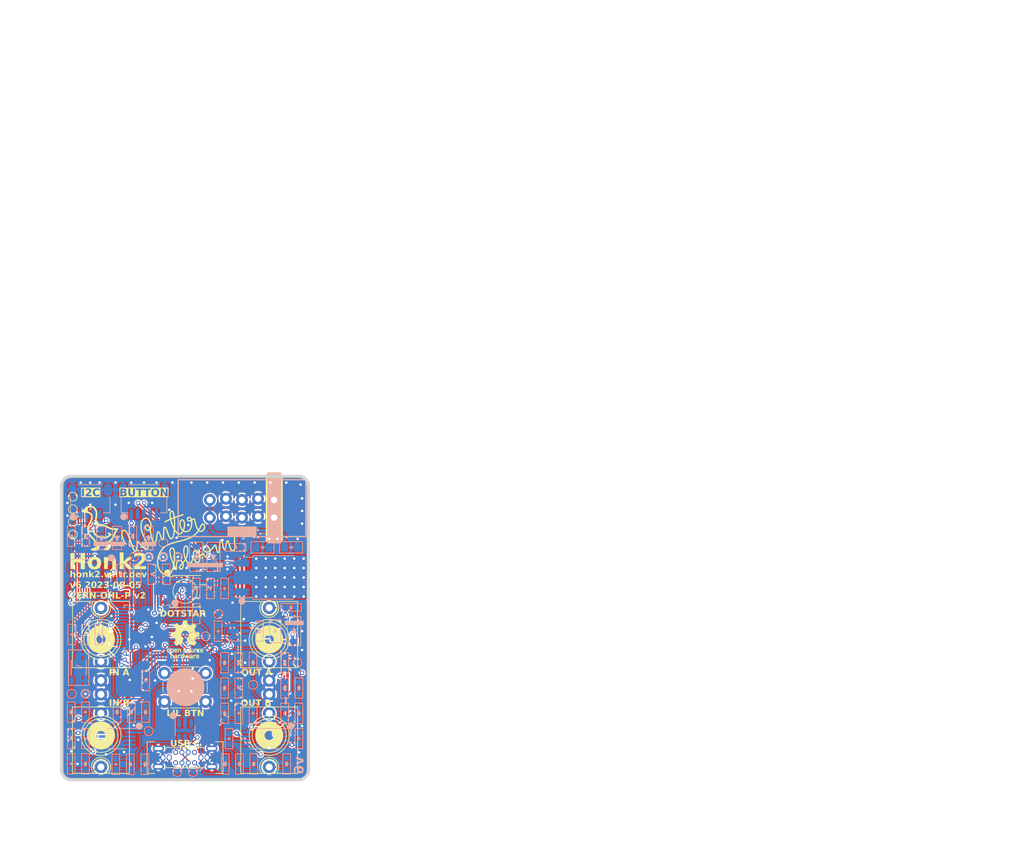
<source format=kicad_pcb>
(kicad_pcb (version 20221018) (generator pcbnew)
  (title_block (title "Honk2") (date "2023-08-05") (rev "v6") (company "Winterbloom") (comment 1 "Alethea Flowers") (comment 2 "CERN-OHL-P v2") (comment 3 "honk2.wntr.dev"))
  (layers (0 "F.Cu" signal) (31 "B.Cu" signal) (34 "B.Paste" user) (35 "F.Paste" user) (36 "B.SilkS" user "B.Silkscreen") (37 "F.SilkS" user "F.Silkscreen") (38 "B.Mask" user) (39 "F.Mask" user) (44 "Edge.Cuts" user))
  (net 0 "")
  (net 1 "VREF-10")
  (net 2 "GND")
  (net 3 "/MCU/RESET")
  (net 4 "+12V")
  (net 5 "+3V3")
  (net 6 "/MCU/VDDCORE")
  (net 7 "+3.3VA")
  (net 8 "/Analog Inputs/ANALOG_IN_A")
  (net 9 "-12V")
  (net 10 "/Analog Inputs/ANALOG_IN_B")
  (net 11 "Net-(C22-Pad1)")
  (net 12 "Net-(U6A--)")
  (net 13 "Net-(C23-Pad1)")
  (net 14 "Net-(C24-Pad1)")
  (net 15 "Net-(C25-Pad1)")
  (net 16 "Net-(D1-A)")
  (net 17 "Net-(D2-K)")
  (net 18 "VBUS")
  (net 19 "/Analog Inputs/ANALOG_IN_A_JACK")
  (net 20 "/Analog Inputs/ANALOG_IN_B_JACK")
  (net 21 "/Connectors & buttons/DOTSTAR_DATA")
  (net 22 "/Connectors & buttons/DOTSTAR_CLK")
  (net 23 "/Connectors & buttons/BUTTON_DOTSTAR_CLK")
  (net 24 "/Connectors & buttons/BUTTON_DOTSTAR_DATA")
  (net 25 "/MCU/I2C_SDA")
  (net 26 "/MCU/I2C_SCL")
  (net 27 "Net-(FB1-Pad1)")
  (net 28 "Net-(FB2-Pad1)")
  (net 29 "Net-(J9-Pin_2)")
  (net 30 "Net-(J4-Tip)")
  (net 32 "Net-(J5-Tip)")
  (net 34 "Net-(J6-CC1)")
  (net 35 "/Connectors & buttons/CONN_D+")
  (net 36 "/Connectors & buttons/CONN_D-")
  (net 38 "Net-(J6-CC2)")
  (net 40 "/Connectors & buttons/BIG_BUTTON")
  (net 41 "/MCU/FLASH_CS")
  (net 42 "/Analog Outs/DAC IN")
  (net 43 "/Analog Outs/PWM IN")
  (net 44 "Net-(R20-Pad2)")
  (net 45 "/Analog Outs/VREF_1.25V")
  (net 46 "/Connectors & buttons/PANEL_BUTTON")
  (net 47 "/MCU/SWCLK")
  (net 48 "/MCU/SWDIO")
  (net 54 "/Connectors & buttons/USB_D-")
  (net 55 "/Connectors & buttons/USB_D+")
  (net 56 "/MCU/FLASH_MOSI")
  (net 57 "/MCU/FLASH_SCK")
  (net 58 "/MCU/FLASH_MISO")
  (net 59 "Net-(U5A--)")
  (net 60 "Net-(U5B--)")
  (net 61 "Net-(U6B--)")
  (net 73 "Net-(U3-PA12)")
  (net 74 "Net-(U3-PA13)")
  (net 75 "Net-(U3-PA14)")
  (net 76 "Net-(U3-PA15)")
  (footprint "winterbloom:USB_C_Vertical_GT-USB-7038X" (layer "F.Cu") (at 56.2484 152.681)
    (fp_text reference "J6" hide)
    (fp_text value "USB C/USB 2.0")
  )
  (footprint "winterbloom:AudioJack_WQP518MA" (layer "F.Cu") (at 42.9484 149.181 180)
    (fp_text reference "J3" hide)
    (fp_text value "Analog In B" hide)
  )
  (footprint "winterbloom:AudioJack_WQP518MA" (layer "F.Cu") (at 42.9484 133.981)
    (fp_text reference "J2" hide)
    (fp_text value "Analog In A" hide)
  )
  (footprint "TestPoint:TestPoint_Pad_D1.0mm" (layer "F.Cu") (at 38.5 115.4)
    (fp_text reference "TP19" hide)
    (fp_text value "PA13")
  )
  (footprint "TestPoint:TestPoint_Pad_D1.0mm" (layer "F.Cu") (at 38.5 111.4)
    (fp_text reference "TP21" hide)
    (fp_text value "PA15")
  )
  (footprint "Graphics" (layer "F.Cu") (at 42.8 116.4)
    (fp_text reference "")
    (fp_text value "")
  )
  (footprint "TestPoint:TestPoint_Pad_D1.0mm" (layer "F.Cu") (at 38.5 113.4)
    (fp_text reference "TP20" hide)
    (fp_text value "PA13")
  )
  (footprint "TestPoint:TestPoint_Pad_D1.0mm" (layer "F.Cu") (at 38.5 117.4)
    (fp_text reference "TP18" hide)
    (fp_text value "PA12")
  )
  (footprint "winterbloom:AudioJack_WQP518MA" (layer "F.Cu") (at 69.5484 149.181 180)
    (fp_text reference "J5" hide)
    (fp_text value "OUT B" hide)
  )
  (footprint "Symbol:OSHW-Logo_5.7x6mm_SilkScreen" (layer "F.Cu") (at 56.2484 134)
    (fp_text reference "REF**" hide)
    (fp_text value "OSHW-Logo_5.7x6mm_SilkScreen" hide)
  )
  (footprint "LOGO" (layer "F.Cu") (at 56.721875 117.448799 20)
    (fp_text reference "G***" hide)
    (fp_text value "LOGO" hide)
  )
  (footprint "winterbloom:Tactile_Switch_6mm" (layer "F.Cu") (at 56.2484 141.581 180)
    (fp_text reference "SW2" hide)
    (fp_text value "Panel button" hide)
  )
  (footprint "winterbloom:AudioJack_WQP518MA" (layer "F.Cu") (at 69.5484 133.981)
    (fp_text reference "J4" hide)
    (fp_text value "OUT A" hide)
  )
  (footprint "winterbloom:LED_APA102_Dotstar_5050" (layer "F.Cu") (at 56.2484 126.381)
    (fp_text reference "D6" hide)
    (fp_text value "Dotstar" hide)
  )
  (footprint "winterbloom:C_0603_HandSolder" (layer "B.Cu") (at 38.2484 149.681 90)
    (fp_text reference "C19" hide)
    (fp_text value "1u" hide)
  )
  (footprint "TestPoint:TestPoint_Pad_D1.0mm" (layer "B.Cu") (at 73.9984 137.681 180)
    (fp_text reference "TP12" hide)
    (fp_text value "DAC" hide)
  )
  (footprint "TestPoint:TestPoint_Pad_D1.0mm" (layer "B.Cu") (at 55 154.95 180)
    (fp_text reference "TP15" hide)
    (fp_text value "D-" hide)
  )
  (footprint "Package_TO_SOT_SMD:SOT-23-6" (layer "B.Cu") (at 56.2484 148.4 -90)
    (fp_text reference "U7" hide)
    (fp_text value "USBLC6-2SC6" hide)
  )
  (footprint "TestPoint:TestPoint_Pad_D1.0mm" (layer "B.Cu") (at 50.5 120.931 -90)
    (fp_text reference "TP7" hide)
    (fp_text value "SWCLK" hide)
  )
  (footprint "winterbloom:R_0603_HandSolder" (layer "B.Cu") (at 40.4984 117.681 90)
    (fp_text reference "R2" hide)
    (fp_text value "4k7" hide)
  )
  (footprint "winterbloom:R_0603_HandSolder" (layer "B.Cu") (at 72.3 153.7 -90)
    (fp_text reference "R19" hide)
    (fp_text value "1k" hide)
  )
  (footprint "winterbloom:C_0603_HandSolder" (layer "B.Cu") (at 61.4984 132.681 -90)
    (fp_text reference "C8" hide)
    (fp_text value "100n" hide)
  )
  (footprint "winterbloom:R_0603_HandSolder" (layer "B.Cu") (at 67.1 153.7 -90)
    (fp_text reference "R17" hide)
    (fp_text value "150k" hide)
  )
  (footprint "winterbloom:R_0603_HandSolder" (layer "B.Cu") (at 46.1 123.681 90)
    (fp_text reference "R4" hide)
    (fp_text value "10k" hide)
  )
  (footprint "winterbloom:C_0603_HandSolder" (layer "B.Cu") (at 64.7484 141.681 -90)
    (fp_text reference "C23" hide)
    (fp_text value "33n" hide)
  )
  (footprint "TestPoint:TestPoint_Pad_D1.0mm" (layer "B.Cu") (at 57.5 154.95 180)
    (fp_text reference "TP16" hide)
    (fp_text value "D+" hide)
  )
  (footprint "winterbloom:C_0603_HandSolder" (layer "B.Cu") (at 67 145.7 90)
    (fp_text reference "C21" hide)
    (fp_text value "100n" hide)
  )
  (footprint "winterbloom:C_0603_HandSolder" (layer "B.Cu") (at 57.9984 129.931 90)
    (fp_text reference "C15" hide)
    (fp_text value "100n" hide)
  )
  (footprint "winterbloom:R_0603_HandSolder" (layer "B.Cu") (at 62.4984 141.681 90)
    (fp_text reference "R15" hide)
    (fp_text value "1k" hide)
  )
  (footprint "winterbloom:C_0603_HandSolder" (layer "B.Cu") (at 64.75 145.681 90)
    (fp_text reference "C24" hide)
    (fp_text value "1n" hide)
  )
  (footprint "TestPoint:TestPoint_Pad_D1.0mm" (layer "B.Cu") (at 48.2 120.9 180)
    (fp_text reference "TP17" hide)
    (fp_text value "BTN" hide)
  )
  (footprint "winterbloom:D_SOD-323" (layer "B.Cu") (at 42.9984 117.931 90)
    (fp_text reference "D7" hide)
    (fp_text value "PESD3V3" hide)
  )
  (footprint "winterbloom:C_0603_HandSolder" (layer "B.Cu") (at 40.4984 149.681 90)
    (fp_text reference "C18" hide)
    (fp_text value "100n" hide)
  )
  (footprint "winterbloom:TQFP-48_7x7mm_P0.5mm" (layer "B.Cu") (at 50.2484 132.181 180)
    (fp_text reference "U3" hide)
    (fp_text value "ATSAMD21G18A-A" hide)
  )
  (footprint "winterbloom:C_0603_HandSolder" (layer "B.Cu") (at 40.5 145.5 90)
    (fp_text reference "C17" hide)
    (fp_text value "18pF" hide)
  )
  (footprint "winterbloom:R_0603_HandSolder" (layer "B.Cu") (at 38.25 145.5 -90)
    (fp_text reference "R10" hide)
    (fp_text value "33k" hide)
  )
  (footprint "winterbloom:L_0603_HandSolder" (layer "B.Cu") (at 64.2484 119.431 180)
    (fp_text reference "FB1" hide)
    (fp_text value "600R@100MHz" hide)
  )
  (footprint "winterbloom:R_0603_HandSolder" (layer "B.Cu") (at 62.4984 137.681 -90)
    (fp_text reference "R20" hide)
    (fp_text value "150k" hide)
  )
  (footprint "winterbloom:L_0603_HandSolder" (layer "B.Cu") (at 38.2484 117.681 90)
    (fp_text reference "FB4" hide)
    (fp_text value "600R@100MHz" hide)
  )
  (footprint "winterbloom:R_0603_HandSolder" (layer "B.Cu") (at 62.4984 145.681 90)
    (fp_text reference "R16" hide)
    (fp_text value "47k" hide)
  )
  (footprint "winterbloom:R_0603_HandSolder" (layer "B.Cu") (at 71.9984 137.681 90)
    (fp_text reference "R12" hide)
    (fp_text value "3k3" hide)
  )
  (footprint "TestPoint:TestPoint_Pad_D1.0mm" (layer "B.Cu") (at 38.3 142.6 -90)
    (fp_text reference "TP9" hide)
    (fp_text value "RESET" hide)
  )
  (footprint "winterbloom:R_0603_HandSolder" (layer "B.Cu") (at 67.9984 132.681 90)
    (fp_text reference "R1" hide)
    (fp_text value "2k2" hide)
  )
  (footprint "Connector_JST:JST_SH_SM05B-SRSS-TB_1x05-1MP_P1.00mm_Horizontal" (layer "B.Cu") (at 49.7484 112.181)
    (fp_text reference "J7" hide)
    (fp_text value "Big button" hide)
  )
  (footprint "winterbloom:R_0603_HandSolder" (layer "B.Cu") (at 47.6 153.75 90)
    (fp_text reference "R7" hide)
    (fp_text value "33k" hide)
  )
  (footprint "winterbloom:C_0603_HandSolder" (layer "B.Cu") (at 51 123.681 90)
    (fp_text reference "C10" hide)
    (fp_text value "100n" hide)
  )
  (footprint "winterbloom:D_SOD-323" (layer "B.Cu") (at 45.4984 117.931 90)
    (fp_text reference "D8" hide)
    (fp_text value "PESD3V3" hide)
  )
  (footprint "TestPoint:TestPoint_Pad_D1.0mm" (layer "B.Cu") (at 50.5 148.5 180)
    (fp_text reference "TP10" hide)
    (fp_text value "Input A scaled" hide)
  )
  (footprint "winterbloom:C_0603_HandSolder" (layer "B.Cu") (at 62.4984 125.931 -90)
    (fp_text reference "C7" hide)
    (fp_text value "100n" hide)
  )
  (footprint "winterbloom:C_0805_HandSolder" (layer "B.Cu") (at 68.4984 119.431)
    (fp_text reference "C5" hide)
    (fp_text value "22u" hide)
  )
  (footprint "TestPoint:TestPoint_Pad_D1.0mm" (layer "B.Cu") (at 59.5 133.5 180)
    (fp_text reference "TP3" hide)
    (fp_text value "3V3A" hide)
  )
  (footprint "winterbloom:R_0603_HandSolder" (layer "B.Cu") (at 40.4984 153.681 -90)
    (fp_text reference "R8" hide)
    (fp_text value "100k" hide)
  )
  (footprint "winterbloom:R_0603_HandSolder" (layer "B.Cu") (at 74.2484 145.681 -90)
    (fp_text reference "R13" hide)
    (fp_text value "10k" hide)
  )
  (footprint "winterbloom:C_0603_HandSolder" (layer "B.Cu") (at 71.9984 145.681 90)
    (fp_text reference "C22" hide)
    (fp_text value "18p" hide)
  )
  (footprint "Package_TO_SOT_SMD:TO-252-3_TabPin2" (layer "B.Cu") (at 70.2884 124.181)
    (fp_text reference "U1" hide)
    (fp_text value "LD1117-3.3" hide)
  )
  (footprint "winterbloom:JST_SH_SM04B-SRSS-TB_1x04-1MP_P1.00mm_Horizontal" (layer "B.Cu") (at 41.2484 112.181)
    (fp_text reference "J9" hide)
    (fp_text value "Qwiic" hide)
  )
  (footprint "winterbloom:R_0603_HandSolder" (layer "B.Cu") (at 74.25 141.681 90)
    (fp_text reference "R14" hide)
    (fp_text value "1k" hide)
  )
  (footprint "winterbloom:R_0603_HandSolder" (layer "B.Cu") (at 47.75 145.5 90)
    (fp_text reference "R6" hide)
    (fp_text value "200k" hide)
  )
  (footprint "winterbloom:D_SOD-123" (layer "B.Cu") (at 73.4984 132.681 -90)
    (fp_text reference "D2" hide)
    (fp_text value "30V" hide)
  )
  (footprint "winterbloom:R_0603_HandSolder" (layer "B.Cu") (at 64.7484 137.681 -90)
    (fp_text reference "R21" hide)
    (fp_text value "10k" hide)
  )
  (footprint "winterbloom:R_0603_HandSolder" (layer "B.Cu") (at 50 145.5 90)
    (fp_text reference "R5" hide)
    (fp_text value "100k" hide)
  )
  (footprint "winterbloom:C_0805_HandSolder" (layer "B.Cu") (at 70.4984 132.681 90)
    (fp_text reference "C1" hide)
    (fp_text value "22u" hide)
  )
  (footprint "TestPoint:TestPoint_Pad_D1.0mm" (layer "B.Cu") (at 52.8 120.931 -90)
    (fp_text reference "TP8" hide)
    (fp_text value "SWDIO" hide)
  )
  (footprint "winterbloom:D_SOD-123" (layer "B.Cu") (at 60.7484 120.931 90)
    (fp_text reference "D1" hide)
    (fp_text value "30V" hide)
  )
  (footprint "winterbloom:D_SOD-323" (layer "B.Cu") (at 50.5 117.931 90)
    (fp_text reference "D9" hide)
    (fp_text value "PESD3V3" hide)
  )
  (footprint "winterbloom:R_0603_HandSolder" (layer "B.Cu") (at 47.9984 117.681 -90)
    (fp_text reference "R3" hide)
    (fp_text value "4k7" hide)
  )
  (footprint "winterbloom:C_0603_HandSolder" (layer "B.Cu") (at 74.2484 149.681 -90)
    (fp_text reference "C20" hide)
    (fp_text value "100n" hide)
  )
  (footprint "winterbloom:C_0603_HandSolder" (layer "B.Cu") (at 38.35 133.2 -90)
    (fp_text reference "C11" hide)
    (fp_text value "100n" hide)
  )
  (footprint "TestPoint:TestPoint_Pad_D1.0mm" (layer "B.Cu") (at 66.9984 141.181 180)
    (fp_text reference "TP14" hide)
    (fp_text value "1.25V" hide)
  )
  (footprint "winterbloom:R_0603_HandSolder" (layer "B.Cu") (at 62.6 153.7 90)
    (fp_text reference "R24" hide)
    (fp_text value "5k1" hide)
  )
  (footprint "TestPoint:TestPoint_Pad_D1.0mm" (layer "B.Cu") (at 61.5 130 180)
    (fp_text reference "TP4" hide)
    (fp_text value "-10V" hide)
  )
  (footprint "winterbloom:C_0603_HandSolder" (layer "B.Cu") (at 48.7 123.681 -90)
    (fp_text reference "C14" hide)
    (fp_text value "1u" hide)
  )
  (footprint "winterbloom:C_0603_HandSolder" (layer "B.Cu") (at 50 140.5 -90)
    (fp_text reference "C13" hide)
    (fp_text value "100n" hide)
  )
  (footprint "winterbloom:D_SOD-123" (layer "B.Cu") (at 57.9984 120.931 90)
    (fp_text reference "D3" hide)
    (fp_text value "30V" hide)
  )
  (footprint "winterbloom:C_0805_HandSolder" (layer "B.Cu") (at 72.9984 119.431)
    (fp_text reference "C2" hide)
    (fp_text value "22u" hide)
  )
  (footprint "winterbloom:Eurorack_Power_2x5_Shrouded_Lock" (layer "B.Cu") (at 70.3284 114.623024 180)
    (fp_text reference "J1" hide)
    (fp_text value "Eurorack Power" hide)
  )
  (footprint "winterbloom:C_0603_HandSolder" (layer "B.Cu") (at 40.5 133.2 90)
    (fp_text reference "D4" hide)
    (fp_text value "ESD" hide)
  )
  (footprint "winterbloom:L_0603_HandSolder" (layer "B.Cu") (at 57.9984 125.931 -90)
    (fp_text reference "FB3" hide)
    (fp_text value "600R@100MHz" hide)
  )
  (footprint "TestPoint:TestPoint_Pad_D1.0mm" (layer "B.Cu") (at 57.5 133.5 180)
    (fp_text reference "TP13" hide)
    (fp_text value "PWM" hide)
  )
  (footprint "winterbloom:C_0603_HandSolder" (layer "B.Cu") (at 60.2484 125.931 -90)
    (fp_text reference "C6" hide)
    (fp_text value "10u" hide)
  )
  (footprint "Package_TO_SOT_SMD:SOT-23" (layer "B.Cu") (at 64.7484 132.681)
    (fp_text reference "U2" hide)
    (fp_text value "LM4040DBZ-10" hide)
  )
  (footprint "winterbloom:C_0603_HandSolder" (layer "B.Cu") (at 53.3 123.681 90)
    (fp_text reference "C9" hide)
    (fp_text value "1u" hide)
  )
  (footprint "winterbloom:R_0603_HandSolder" (layer "B.Cu") (at 64.85 153.7 -90)
    (fp_text reference "R18" hide)
    (fp_text value "150k" hide)
  )
  (footprint "TestPoint:TestPoint_Pad_D1.0mm" (layer "B.Cu") (at 40.5 142.6 180)
    (fp_text reference "TP11" hide)
    (fp_text value "Input B scaled" hide)
  )
  (footprint "winterbloom:C_0603_HandSolder" (layer "B.Cu") (at 42.6 133.2 -90)
    (fp_text reference "C12" hide)
    (fp_text value "100n" hide)
  )
  (footprint "winterbloom:R_0603_HandSolder" (layer "B.Cu") (at 49.9 153.75 -90)
    (fp_text reference "R23" hide)
    (fp_text value "5k1" hide)
  )
  (footprint "Package_SON:WSON-8-1EP_6x5mm_P1.27mm_EP3.4x4mm" (layer "B.Cu") (at 41.2 123.9 180)
    (fp_text reference "U4" hide)
    (fp_text value "W25Q64JVZPIQ")
  )
  (footprint "TestPoint:TestPoint_Pad_D1.0mm" (layer "B.Cu") (at 52.8 118.7 180)
    (fp_text reference "TP1" hide)
    (fp_text value "GND" hide)
  )
  (footprint "winterbloom:R_0603_HandSolder" (layer "B.Cu") (at 45.5 145.5 90)
    (fp_text reference "R9" hide)
    (fp_text value "200k" hide)
  )
  (footprint "winterbloom:Tactile_Switch_4.2mm" (layer "B.Cu") (at 39.42442 138.45 -90)
    (fp_text reference "SW1" hide)
    (fp_text value "RESET" hide)
  )
  (footprint "Package_SO:MSOP-8_3x3mm_P0.65mm" (layer "B.Cu") (at 45.4984 149.681 180)
    (fp_text reference "U5" hide)
    (fp_text value "MCP6002" hide)
  )
  (footprint "winterbloom:L_0603_HandSolder" (layer "B.Cu") (at 72.9984 128.931)
    (fp_text reference "FB2" hide)
    (fp_text value "600R@100MHz" hide)
  )
  (footprint "Package_SO:TSSOP-8_4.4x3mm_P0.65mm" (layer "B.Cu") (at 68.7484 149.681 180)
    (fp_text reference "U6" hide)
    (fp_text value "TL072" hide)
  )
  (footprint "winterbloom:R_0603_HandSolder" (layer "B.Cu") (at 71.9984 141.681 90)
    (fp_text reference "R11" hide)
    (fp_text value "20k" hide)
  )
  (footprint "winterbloom:R_0603_HandSolder" (layer "B.Cu") (at 66.9984 137.681 90)
    (fp_text reference "R22" hide)
    (fp_text value "100k" hide)
  )
  (footprint "winterbloom:C_0603_HandSolder" (layer "B.Cu") (at 45.3 153.75 -90)
    (fp_text reference "C16" hide)
    (fp_text value "18pF" hide)
  )
  (footprint "TestPoint:TestPoint_Pad_D1.0mm" (layer "B.Cu") (at 55.1 120.931 180)
    (fp_text reference "TP2" hide)
    (fp_text value "3V3" hide)
  )
  (footprint "winterbloom:C_0603_HandSolder" (layer "B.Cu") (at 38.2484 153.681 -90)
    (fp_text reference "D5" hide)
    (fp_text value "ESD" hide)
  )
  (footprint "winterbloom:C_0603_HandSolder" (layer "B.Cu") (at 63.2 149.7 -90)
    (fp_text reference "C25" hide)
    (fp_text value "100p" hide)
  )
  (gr_circle (center 44.6 121.1) (end 45.1 121.1) (stroke (width 0.12)) (fill solid) (layer "B.SilkS"))
  (gr_circle (center 54.35 146.05) (end 54.85 146.05) (stroke (width 0.12)) (fill solid) (layer "B.SilkS"))
  (gr_circle (center 46.5484 114.581) (end 47.0484 114.581) (stroke (width 0.12)) (fill solid) (layer "B.SilkS"))
  (gr_circle (center 49 147.7) (end 49.5 147.7) (stroke (width 0.12)) (fill solid) (layer "B.SilkS"))
  (gr_circle (center 56.3 141.55) (end 57.8 141.55) (stroke (width 3)) (fill none) (layer "B.SilkS"))
  (gr_circle (center 65.2484 127.931) (end 65.7484 127.931) (stroke (width 0.12)) (fill solid) (layer "B.SilkS"))
  (gr_circle (center 72.9984 147.681) (end 73.4984 147.681) (stroke (width 0.12)) (fill solid) (layer "B.SilkS"))
  (gr_rect (start 69.2484 108.081) (end 71.4484 118.281) (stroke (width 0.5)) (fill solid) (layer "F.SilkS"))
  (gr_line (start 36.7484 154.681) (end 36.7484 109.681) (stroke (width 0.5)) (layer "Edge.Cuts"))
  (gr_line (start 74.2484 156.181) (end 38.2484 156.181) (stroke (width 0.5)) (layer "Edge.Cuts"))
  (gr_arc (start 38.2484 156.181) (mid 37.18774 155.74166) (end 36.7484 154.681) (stroke (width 0.5)) (layer "Edge.Cuts"))
  (gr_line (start 38.2484 108.181) (end 74.2484 108.181) (stroke (width 0.5)) (layer "Edge.Cuts"))
  (gr_arc (start 75.7484 154.681) (mid 75.30906 155.74166) (end 74.2484 156.181) (stroke (width 0.5)) (layer "Edge.Cuts"))
  (gr_arc (start 36.7484 109.681) (mid 37.18774 108.62034) (end 38.2484 108.181) (stroke (width 0.5)) (layer "Edge.Cuts"))
  (gr_line (start 75.7484 109.681) (end 75.7484 154.681) (stroke (width 0.5)) (layer "Edge.Cuts"))
  (gr_arc (start 74.2484 108.181) (mid 75.30906 108.62034) (end 75.7484 109.681) (stroke (width 0.5)) (layer "Edge.Cuts"))
  (gr_text "${REVISION}" (at 74.35 153.9 90) (layer "B.SilkS") (effects (font (size 1.5 1.5) (thickness 0.24) bold) (justify mirror)))
  (gr_text "IN B" (at 47.4484 144.681) (layer "F.SilkS") (effects (font (size 1 1) (thickness 0.125) italic) (justify right bottom)))
  (gr_text "${COMMENT3}\n${REVISION} ${ISSUE_DATE}\n${COMMENT2}" (at 38 127.7) (layer "F.SilkS") (effects (font (size 1 1) (thickness 0.24) bold) (justify left bottom)))
  (gr_text "IN A" (at 47.4484 138.681) (layer "F.SilkS") (effects (font (size 1 1) (thickness 0.125) italic) (justify right top)))
  (gr_text "DOTSTAR" (at 55.8984 129.381) (layer "F.SilkS") (effects (font (size 1 1) (thickness 0.125) italic) (justify top)))
  (gr_text "USB C" (at 56.2484 151.081) (layer "F.SilkS") (effects (font (size 1 1) (thickness 0.125) italic) (justify bottom)))
  (gr_text "BUTTON" (at 49.75 111.55) (layer "F.SilkS" knockout) (effects (font (size 1.2 1.2) (thickness 0.24) bold) (justify bottom)))
  (gr_text "OUT A" (at 65.1484 138.681) (layer "F.SilkS") (effects (font (size 1 1) (thickness 0.125) italic) (justify left top)))
  (gr_text "LIL BTN" (at 56.3 146.3) (layer "F.SilkS") (effects (font (size 1 1) (thickness 0.125) italic) (justify bottom)))
  (gr_text "I2C" (at 41.3 111.55) (layer "F.SilkS" knockout) (effects (font (size 1.2 1.2) (thickness 0.24) bold) (justify bottom)))
  (gr_text "OUT B" (at 65.0484 144.681) (layer "F.SilkS") (effects (font (size 1 1) (thickness 0.125) italic) (justify left bottom)))
  (gr_text "${TITLE}" (at 37.8 123.3) (layer "F.SilkS") (effects (font (size 2.5 2.5) (thickness 0.15) bold italic) (justify left bottom)))
  (segment (start 71.2484 139.781) (end 71.6484 139.381) (width 0.25) (layer "F.Cu") (net 1))
  (segment (start 49.7484 138.931) (end 49.7484 141.481) (width 0.25) (layer "F.Cu") (net 1))
  (segment (start 62.406 134.906) (end 60.094 134.906) (width 0.25) (layer "F.Cu") (net 1))
  (segment (start 70.3484 132.081) (end 67.2125 132.081) (width 0.25) (layer "F.Cu") (net 1))
  (segment (start 71.6484 139.381) (end 71.6484 133.381) (width 0.25) (layer "F.Cu") (net 1))
  (segment (start 71.6484 133.381) (end 70.3484 132.081) (width 0.25) (layer "F.Cu") (net 1))
  (segment (start 58.019 136.981) (end 51.6984 136.981) (width 0.25) (layer "F.Cu") (net 1))
  (segment (start 62.5 135) (end 62.406 134.906) (width 0.25) (layer "F.Cu") (net 1))
  (segment (start 51.6984 136.981) (end 49.7484 138.931) (width 0.25) (layer "F.Cu") (net 1))
  (segment (start 49.7484 141.481) (end 46.6484 144.581) (width 0.25) (layer "F.Cu") (net 1))
  (segment (start 60.094 134.906) (end 58.019 136.981) (width 0.25) (layer "F.Cu") (net 1))
  (segment (start 67.2125 132.081) (end 66.9 131.7685) (width 0.25) (layer "F.Cu") (net 1))
  (via (at 46.6484 144.581) (size 0.7) (drill 0.4) (layers "F.Cu" "B.Cu") (net 1))
  (via (at 62.5 135) (size 0.7) (drill 0.4) (layers "F.Cu" "B.Cu") (net 1))
  (via (at 71.2484 139.781) (size 0.7) (drill 0.4) (layers "F.Cu" "B.Cu") (net 1))
  (via (at 66.9 131.7685) (size 0.7) (drill 0.4) (layers "F.Cu" "B.Cu") (net 1))
  (segment (start 61.4984 131.8185) (end 62.5484 131.8185) (width 0.5) (layer "B.Cu") (net 1))
  (segment (start 62.5484 131.8185) (end 63.7234 131.8185) (width 0.5) (layer "B.Cu") (net 1))
  (segment (start 63.7234 131.8185) (end 63.8109 131.731) (width 0.5) (layer "B.Cu") (net 1))
  (segment (start 46.6549 144.5875) (end 46.6484 144.581) (width 0.25) (layer "B.Cu") (net 1))
  (segment (start 62.5484 131.8185) (end 62.5484 134.9516) (width 0.25) (layer "B.Cu") (net 1))
  (segment (start 62.5484 134.9516) (end 62.5 135) (width 0.25) (layer "B.Cu") (net 1))
  (segment (start 47.75 144.5875) (end 46.6549 144.5875) (width 0.25) (layer "B.Cu") (net 1))
  (segment (start 46.6484 144.581) (end 46.6419 144.5875) (width 0.25) (layer "B.Cu") (net 1))
  (segment (start 71.2484 139.781) (end 71.9984 140.531) (width 0.25) (layer "B.Cu") (net 1))
  (segment (start 46.6419 144.5875) (end 45.5 144.5875) (width 0.25) (layer "B.Cu") (net 1))
  (segment (start 61.5 130) (end 61.5 131.8169) (width 0.2) (layer "B.Cu") (net 1))
  (segment (start 63.8484 131.7685) (end 67.9984 131.7685) (width 0.5) (layer "B.Cu") (net 1))
  (via (at 65.7484 134.181) (size 0.7) (drill 0.4) (layers "F.Cu" "B.Cu") (net 2))
  (via (at 39.3484 149.881) (size 0.7) (drill 0.4) (layers "F.Cu" "B.Cu") (net 2))
  (via (at 56.5 122.7) (size 0.7) (drill 0.4) (layers "F.Cu" "B.Cu") (net 2))
  (via (at 59.3484 119.381) (size 0.7) (drill 0.4) (layers "F.Cu" "B.Cu") (net 2))
  (via (at 74.0484 118.081) (size 0.7) (drill 0.4) (layers "F.Cu" "B.Cu") (net 2))
  (via (at 58.2484 135.781) (size 0.7) (drill 0.4) (layers "F.Cu" "B.Cu") (net 2))
  (via (at 67.2484 109.181) (size 0.7) (drill 0.4) (layers "F.Cu" "B.Cu") (net 2))
  (via (at 69.5484 118.081) (size 0.7) (drill 0.4) (layers "F.Cu" "B.Cu") (net 2))
  (via (at 47.7484 109.181) (size 0.7) (drill 0.4) (layers "F.Cu" "B.Cu") (net 2))
  (via (at 70.8484 118.081) (size 0.7) (drill 0.4) (layers "F.Cu" "B.Cu") (net 2))
  (via (at 46.6 151.8) (size 0.7) (drill 0.4) (layers "F.Cu" "B.Cu") (net 2))
  (via (at 69.7484 109.181) (size 0.7) (drill 0.4) (layers "F.Cu" "B.Cu") (net 2))
  (via (at 54.9 117.9) (size 0.7) (drill 0.4) (layers "F.Cu" "B.Cu") (net 2))
  (via (at 59.2484 129.981) (size 0.7) (drill 0.4) (layers "F.Cu" "B.Cu") (net 2))
  (via (at 60.1484 137.281) (size 0.7) (drill 0.4) (layers "F.Cu" "B.Cu") (net 2))
  (via (at 42.7484 109.181) (size 0.7) (drill 0.4) (layers "F.Cu" "B.Cu") (net 2))
  (via (at 63.6484 136.281) (size 0.7) (drill 0.4) (layers "F.Cu" "B.Cu") (net 2))
  (via (at 59.7484 109.181) (size 0.7) (drill 0.4) (layers "F.Cu" "B.Cu") (net 2))
  (via (at 51 133.6) (size 0.7) (drill 0.4) (layers "F.Cu" "B.Cu") (net 2))
  (via (at 53.7484 113.481) (size 0.7) (drill 0.4) (layers "F.Cu" "B.Cu") (net 2))
  (via (at 51.0484 112.381) (size 0.7) (drill 0.4) (layers "F.Cu" "B.Cu") (net 2))
  (via (at 47.4484 133.981) (size 0.7) (drill 0.4) (layers "F.Cu" "B.Cu") (net 2))
  (via (at 47.3484 112.381) (size 0.7) (drill 0.4) (layers "F.Cu" "B.Cu") (net 2))
  (via (at 56.2 131.9) (size 0.7) (drill 0.4) (layers "F.Cu" "B.Cu") (net 2))
  (via (at 57.4484 138.581) (size 0.7) (drill 0.4) (layers "F.Cu" "B.Cu") (net 2))
  (via (at 74.25 151.85) (size 0.7) (drill 0.4) (layers "F.Cu" "B.Cu") (net 2))
  (via (at 41.2484 112.681) (size 0.7) (drill 0.4) (layers "F.Cu" "B.Cu") (net 2))
  (via (at 47.5 140.4) (size 0.7) (drill 0.4) (layers "F.Cu" "B.Cu") (net 2))
  (via (at 74.7484 113.681) (size 0.7) (drill 0.4) (layers "F.Cu" "B.Cu") (net 2))
  (via (at 43.7484 152.181) (size 0.7) (drill 0.4) (layers "F.Cu" "B.Cu") (net 2))
  (via (at 69.5484 151.181) (size 0.7) (drill 0.4) (layers "F.Cu" "B.Cu") (net 2))
  (via (at 45 125.8) (size 0.7) (drill 0.4) (layers "F.Cu" "B.Cu") (net 2))
  (via (at 65.7484 139.681) (size 0.7) (drill 0.4) (layers "F.Cu" "B.Cu") (net 2))
  (via (at 63.7484 128.181) (size 0.7) (drill 0.4) (layers "F.Cu" "B.Cu") (net 2))
  (via (at 62.2484 109.181) (size 0.7) (drill 0.4) (layers "F.Cu" "B.Cu") (net 2))
  (via (at 74.7484 111.681) (size 0.7) (drill 0.4) (layers "F.Cu" "B.Cu") (net 2))
  (via (at 44.2484 119.181) (size 0.7) (drill 0.4) (layers "F.Cu" "B.Cu") (net 2))
  (via (at 74.5 109.5) (size 0.7) (drill 0.4) (layers "F.Cu" "B.Cu") (net 2))
  (via (at 57.2484 109.181) (size 0.7) (drill 0.4) (layers "F.Cu" "B.Cu") (net 2))
  (via (at 39.7484 109.181) (size 0.7) (drill 0.4) (layers "F.Cu" "B.Cu") (net 2))
  (via (at 56.7484 115.881) (size 0.7) (drill 0.4) (layers "F.Cu" "B.Cu") (net 2))
  (via (at 74.7484 115.681) (size 0.7) (drill 0.4) (layers "F.Cu" "B.Cu") (net 2))
  (via (at 45.2484 112.681) (size 0.7) (drill 0.4) (layers "F.Cu" "B.Cu") (net 2))
  (via (at 64.7484 109.181) (size 0.7) (drill 0.4) (layers "F.Cu" "B.Cu") (net 2))
  (via (at 51.5 140.5) (size 0.7) (drill 0.4) (layers "F.Cu" "B.Cu") (net 2))
  (via (at 44.6 130.3) (size 0.7) (drill 0.4) (layers "F.Cu" "B.Cu") (net 2))
  (via (at 45.2484 109.181) (size 0.7) (drill 0.4) (layers "F.Cu" "B.Cu") (net 2))
  (via (at 49.7484 109.181) (size 0.7) (drill 0.4) (layers "F.Cu" "B.Cu") (net 2))
  (via (at 65.7484 137.681) (size 0.7) (drill 0.4) (layers "F.Cu" "B.Cu") (net 2))
  (via (at 55.2484 142.181) (size 0.7) (drill 0.4) (layers "F.Cu" "B.Cu") (net 2))
  (via (at 53.9484 136.181) (size 0.7) (drill 0.4) (layers "F.Cu" "B.Cu") (net 2))
  (via (at 57.4484 140.181) (size 0.7) (drill 0.4) (layers "F.Cu" "B.Cu") (net 2))
  (via (at 57.4484 120.881) (size 0.7) (drill 0.4) (layers "F.Cu" "B.Cu") (net 2))
  (via (at 62.1484 118.281) (size 0.7) (drill 0.4) (layers "F.Cu" "B.Cu") (net 2))
  (via (at 63.5484 139.681) (size 0.7) (drill 0.4) (layers "F.Cu" "B.Cu") (net 2))
  (via (at 65.7484 143.681) (size 0.7) (drill 0.4) (layers "F.Cu" "B.Cu") (net 2))
  (via (at 37.6484 114.4) (size 0.7) (drill 0.4) (layers "F.Cu" "B.Cu") (net 2))
  (via (at 57.2484 142.181) (size 0.7) (drill 0.4) (layers "F.Cu" "B.Cu") (net 2))
  (via (at 41.2484 109.181) (size 0.7) (drill 0.4) (layers "F.Cu" "B.Cu") (net 2))
  (via (at 74.7484 132.681) (size 0.7) (drill 0.4) (layers "F.Cu" "B.Cu") (net 2))
  (via (at 38.2484 151.681) (size 0.7) (drill 0.4) (layers "F.Cu" "B.Cu") (net 2))
  (via (at 50.4484 129.281) (size 0.7) (drill 0.4) (layers "F.Cu" "B.Cu") (net 2))
  (via (at 65.5484 130.781) (size 0.7) (drill 0.4) (layers "F.Cu" "B.Cu") (net 2))
  (via (at 54.6 122.781) (size 0.7) (drill 0.4) (layers "F.Cu" "B.Cu") (net 2))
  (via (at 74.7484 135.681) (size 0.7) (drill 0.4) (layers "F.Cu" "B.Cu") (net 2))
  (via (at 50 135.1) (size 0.7) (drill 0.4) (layers "F.Cu" "B.Cu") (net 2))
  (via (at 39.2484 153.681) (size 0.7) (drill 0.4) (layers "F.Cu" "B.Cu") (net 2))
  (via (at 54.2484 109.181) (size 0.7) (drill 0.4) (layers "F.Cu" "B.Cu") (net 2))
  (via (at 62.9484 122.881) (size 0.7) (drill 0.4) (layers "F.Cu" "B.Cu") (net 2))
  (via (at 48.1484 147.581) (size 0.7) (drill 0.4) (layers "F.Cu" "B.Cu") (net 2))
  (via (at 62.9484 120.881) (size 0.7) (drill 0.4) (layers "F.Cu" "B.Cu") (net 2))
  (via (at 51.7484 131.381) (size 0.7) (drill 0.4) (layers "F.Cu" "B.Cu") (net 2))
  (via (at 72.2484 109.181) (size 0.7) (drill 0.4) (layers "F.Cu" "B.Cu") (net 2))
  (via (at 63.5484 143.681) (size 0.7) (drill 0.4) (layers "F.Cu" "B.Cu") (net 2))
  (via (at 37.6484 112.399999) (size 0.7) (drill 0.4) (layers "F.Cu" "B.Cu") (net 2))
  (via (at 74.7484 147.681) (size 0.7) (drill 0.4) (layers "F.Cu" "B.Cu") (net 2))
  (via (at 51.7484 109.181) (size 0.7) (drill 0.4) (layers "F.Cu" "B.Cu") (net 2))
  (segment (start 49.9984 128.7984) (end 50.4484 129.2484) (width 0.2) (layer "B.Cu") (net 2))
  (segment (start 50.481 129.281) (end 50.4 129.2) (width 0.2) (layer "B.Cu") (net 2))
  (segment (start 50.4484 129.2484) (end 50.4484 129.281) (width 0.2) (layer "B.Cu") (net 2))
  (segment (start 49.9984 127.831) (end 49.9984 128.7984) (width 0.2) (layer "B.Cu") (net 2))
  (segment (start 50.4484 129.281) (end 50.481 129.281) (width 0.2) (layer "B.Cu") (net 2))
  (segment (start 42.2 127.5) (end 44 127.5) (width 0.2) (layer "B.Cu") (net 3))
  (segment (start 45.4 128.9) (end 48.8044 128.9) (width 0.2) (layer "B.Cu") (net 3))
  (segment (start 39.3 133.2875) (end 38.35 132.3375) (width 0.2) (layer "B.Cu") (net 3))
  (segment (start 38.35 131.35) (end 42.2 127.5) (width 0.2) (layer "B.Cu") (net 3))
  (segment (start 38.3 142.6) (end 38.3 140.57264) (width 0.2) (layer "B.Cu") (net 3))
  (segment (start 38.35 136.35) (end 39.3 135.4) (width 0.2) (layer "B.Cu") (net 3))
  (segment (start 48.9984 128.706) (end 48.9984 127.831) (width 0.2) (layer "B.Cu") (net 3))
  (segment (start 38.35 140.52264) (end 38.35 136.37736) (width 0.2) (layer "B.Cu") (net 3))
  (segment (start 48.8044 128.9) (end 48.9984 128.706) (width 0.2) (layer "B.Cu") (net 3))
  (segment (start 44 127.5) (end 45.4 128.9) (width 0.2) (layer "B.Cu") (net 3))
  (segment (start 39.3 135.4) (end 39.3 133.2875) (width 0.2) (layer "B.Cu") (net 3))
  (segment (start 38.35 132.3375) (end 38.35 131.35) (width 0.2) (layer "B.Cu") (net 3))
  (segment (start 64.6 128.0326) (end 67.9484 131.381) (width 0.4) (layer "F.Cu") (net 4))
  (segment (start 72.4484 133.081) (end 72.4484 146.381) (width 0.4) (layer "F.Cu") (net 4))
  (segment (start 63.781 121.881) (end 64.6 122.7) (width 0.4) (layer "F.Cu") (net 4))
  (segment (start 62.9484 121.881) (end 63.781 121.881) (width 0.4) (layer "F.Cu") (net 4))
  (segment (start 72.4484 146.381) (end 71.3484 147.481) (width 0.4) (layer "F.Cu") (net 4))
  (segment (start 67.9484 131.381) (end 70.7484 131.381) (width 0.4) (layer "F.Cu") (net 4))
  (segment (start 70.7484 131.381) (end 72.4484 133.081) (width 0.4) (layer "F.Cu") (net 4))
  (segment (start 71.3484 147.481) (end 67.1109 147.481) (width 0.4) (layer "F.Cu") (net 4))
  (segment (start 64.6 122.7) (end 64.6 128.0326) (width 0.4) (layer "F.Cu") (net 4))
  (segment (start 67.1109 147.481) (end 66.74595 147.84595) (width 0.4) (layer "F.Cu") (net 4))
  (via (at 66.74595 147.84595) (size 0.7) (drill 0.4) (layers "F.Cu" "B.Cu") (net 4))
  (via (at 62.9484 121.881) (size 0.7) (drill 0.4) (layers "F.Cu" "B.Cu") (net 4))
  (segment (start 67.4609 117.4685) (end 68.1484 116.781) (width 0.5) (layer "B.Cu") (net 4))
  (segment (start 65.8859 148.706) (end 66.74595 147.84595) (width 0.4) (layer "B.Cu") (net 4))
  (segment (start 60.7484 122.566) (end 61.4134 121.901) (width 0.5) (layer "B.Cu") (net 4))
  (segment (start 71.1484 116.781) (end 71.9609 117.5935) (width 0.5) (layer "B.Cu") (net 4))
  (segment (start 68.1484 116.781) (end 71.1484 116.781) (width 0.5) (layer "B.Cu") (net 4))
  (segment (start 71.9609 117.5935) (end 71.9609 119.431) (width 0.5) (layer "B.Cu") (net 4))
  (segment (start 67.4609 119.431) (end 67.4609 117.4685) (width 0.5) (layer "B.Cu") (net 4))
  (segment (start 67 147.5919) (end 67 146.5625) (width 0.4) (layer "B.Cu") (net 4))
  (segment (start 65.8859 148.706) (end 67 147.5919) (width 0.4) (layer "B.Cu") (net 4))
  (segment (start 65.2484 121.6435) (end 67.4609 119.431) (width 0.5) (layer "B.Cu") (net 4))
  (segment (start 61.4134 121.901) (end 65.2484 121.901) (width 0.5) (layer "B.Cu") (net 4))
  (segment (start 57.9984 122.566) (end 60.7484 122.566) (width 0.5) (layer "B.Cu") (net 4))
  (segment (start 51 134.8) (end 49.7 133.5) (width 0.4) (layer "F.Cu") (net 5))
  (segment (start 55.6 121.430992) (end 55.1 120.930992) (width 0.4) (layer "F.Cu") (net 5))
  (segment (start 47.8 129.699994) (end 47.800006 129.7) (width 0.4) (layer "F.Cu") (net 5))
  (segment (start 56.5 124.5435) (end 55.6 123.6435) (width 0.4) (layer "F.Cu") (net 5))
  (segment (start 56.8 124.8435) (end 56.5 124.5435) (width 0.25) (layer "F.Cu") (net 5))
  (segment (start 47.8 119.681) (end 53.850008 119.681) (width 0.4) (layer "F.Cu") (net 5))
  (segment (start 56.8 127.4) (end 56.8 124.8435) (width 0.25) (layer "F.Cu") (net 5))
  (segment (start 58.6484 128.081) (end 57.481 128.081) (width 0.25) (layer "F.Cu") (net 5))
  (segment (start 47.8 120.8) (end 47.8 125.8) (width 0.4) (layer "F.Cu") (net 5))
  (segment (start 57.481 128.081) (end 56.8 127.4) (width 0.25) (layer "F.Cu") (net 5))
  (segment (start 47.8 125.8) (end 47.8 129.699994) (width 0.4) (layer "F.Cu") (net 5))
  (segment (start 47.8 115.6) (end 47.8 119.681) (width 0.4) (layer "F.Cu") (net 5))
  (segment (start 55.6 123.6435) (end 55.6 121.430992) (width 0.4) (layer "F.Cu") (net 5))
  (segment (start 49.7 133.5) (end 48.6 133.5) (width 0.4) (layer "F.Cu") (net 5))
  (segment (start 48.6 133.5) (end 47.800006 132.700006) (width 0.4) (layer "F.Cu") (net 5))
  (segment (start 47.8 119.681) (end 47.8 120.8) (width 0.4) (layer "F.Cu") (net 5))
  (segment (start 42 120.8) (end 47.8 120.8) (width 0.4) (layer "F.Cu") (net 5))
  (segment (start 47.800006 132.700006) (end 47.800006 129.7) (width 0.4) (layer "F.Cu") (net 5))
  (segment (start 47.8 125.8) (end 46.1 125.8) (width 0.4) (layer "F.Cu") (net 5))
  (segment (start 53.850008 119.681) (end 55.1 120.930992) (width 0.4) (layer "F.Cu") (net 5))
  (via (at 73.5 121.2) (size 0.7) (drill 0.4) (layers "F.Cu" "B.Cu") (net 5))
  (via (at 75 127.2) (size 0.7) (drill 0.4) (layers "F.Cu" "B.Cu") (net 5))
  (via (at 70.5 122.7) (size 0.7) (drill 0.4) (layers "F.Cu" "B.Cu") (net 5))
  (via (at 67.5 124.2) (size 0.7) (drill 0.4) (layers "F.Cu" "B.Cu") (net 5))
  (via (at 69 127.2) (size 0.7) (drill 0.4) (layers "F.Cu" "B.Cu") (net 5))
  (via (at 72 121.2) (size 0.7) (drill 0.4) (layers "F.Cu" "B.Cu") (net 5))
  (via (at 70.5 125.7) (size 0.7) (drill 0.4) (layers "F.Cu" "B.Cu") (net 5))
  (via (at 42 120.8) (size 0.7) (drill 0.4) (layers "F.Cu" "B.Cu") (net 5))
  (via (at 70.5 124.2) (size 0.7) (drill 0.4) (layers "F.Cu" "B.Cu") (net 5))
  (via (at 55.1 120.930992) (size 0.7) (drill 0.4) (layers "F.Cu" "B.Cu") (net 5))
  (via (at 67.5 121.2) (size 0.7) (drill 0.4) (layers "F.Cu" "B.Cu") (net 5))
  (via (at 75 124.2) (size 0.7) (drill 0.4) (layers "F.Cu" "B.Cu") (net 5))
  (via (at 72 127.2) (size 0.7) (drill 0.4) (layers "F.Cu" "B.Cu") (net 5))
  (via (at 56.5 124.5435) (size 0.7) (drill 0.4) (layers "F.Cu" "B.Cu") (net 5))
  (via (at 47.800006 129.7) (size 0.7) (drill 0.4) (layers "F.Cu" "B.Cu") (net 5))
  (via (at 69 125.7) (size 0.7) (drill 0.4) (layers "F.Cu" "B.Cu") (net 5))
  (via (at 75 122.7) (size 0.7) (drill 0.4) (layers "F.Cu" "B.Cu") (net 5))
  (via (at 70.5 127.2) (size 0.7) (drill 0.4) (layers "F.Cu" "B.Cu") (net 5))
  (via (at 73.5 125.7) (size 0.7) (drill 0.4) (layers "F.Cu" "B.Cu") (net 5))
  (via (at 51 134.8) (size 0.7) (drill 0.4) (layers "F.Cu" "B.Cu") (net 5))
  (via (at 47.8 115.6) (size 0.7) (drill 0.4) (layers "F.Cu" "B.Cu") (net 5))
  (via (at 75 121.2) (size 0.7) (drill 0.4) (layers "F.Cu" "B.Cu") (net 5))
  (via (at 67.5 127.2) (size 0.7) (drill 0.4) (layers "F.Cu" "B.Cu") (net 5))
  (via (at 75 125.7) (size 0.7) (drill 0.4) (layers "F.Cu" "B.Cu") (net 5))
  (via (at 73.5 124.2) (size 0.7) (drill 0.4) (layers "F.Cu" "B.Cu") (net 5))
  (via (at 70.5 121.2) (size 0.7) (drill 0.4) (layers "F.Cu" "B.Cu") (net 5))
  (via (at 73.5 122.7) (size 0.7) (drill 0.4) (layers "F.Cu" "B.Cu") (net 5))
  (via (at 69 121.2) (size 0.7) (drill 0.4) (layers "F.Cu" "B.Cu") (net 5))
  (via (at 72 125.7) (size 0.7) (drill 0.4) (layers "F.Cu" "B.Cu") (net 5))
  (via (at 67.5 125.7) (size 0.7) (drill 0.4) (layers "F.Cu" "B.Cu") (net 5))
  (via (at 67.5 122.7) (size 0.7) (drill 0.4) (layers "F.Cu" "B.Cu") (net 5))
  (via (at 69 124.2) (size 0.7) (drill 0.4) (layers "F.Cu" "B.Cu") (net 5))
  (via (at 46.1 125.8) (size 0.7) (drill 0.4) (layers "F.Cu" "B.Cu") (net 5))
  (via (at 72 124.2) (size 0.7) (drill 0.4) (layers "F.Cu" "B.Cu") (net 5))
  (via (at 69 122.7) (size 0.7) (drill 0.4) (layers "F.Cu" "B.Cu") (net 5))
  (via (at 73.5 127.2) (size 0.7) (drill 0.4) (layers "F.Cu" "B.Cu") (net 5))
  (via (at 72 122.7) (size 0.7) (drill 0.4) (layers "F.Cu" "B.Cu") (net 5))
  (segment (start 47.7484 114.181) (end 47.7484 115.5484) (width 0.4) (layer "B.Cu") (net 5))
  (segment (start 46.1 124.5935) (end 46.1 125.8) (width 0.2) (layer "B.Cu") (net 5))
  (segment (start 56.5 124.5435) (end 57.4859 124.5435) (width 0.5) (layer "B.Cu") (net 5))
  (segment (start 47.8 115.6) (end 47.7484 115.6516) (width 0.4) (layer "B.Cu") (net 5))
  (segment (start 45.8984 129.431) (end 47.531006 129.431) (width 0.25) (layer "B.Cu") (net 5))
  (segment (start 45.8984 129.431) (end 44.469 129.431) (width 0.25) (layer "B.Cu") (net 5))
  (segment (start 60.2484 125.0685) (end 62.4984 125.0685) (width 0.5) (layer "B.Cu") (net 5))
  (segment (start 37.8 123) (end 37.8 122.3) (width 0.2) (layer "B.Cu") (net 5))
  (segment (start 39.1 120.8) (end 38.2484 119.9484) (width 0.4) (layer "B.Cu") (net 5))
  (segment (start 40.4984 118.5935) (end 38.2859 118.5935) (width 0.2) (layer "B.Cu") (net 5))
  (segment (start 38.105 121.995) (end 38.5375 121.995) (width 0.2) (layer "B.Cu") (net 5))
  (segment (start 44.469 129.431) (end 42.6 131.3) (width 0.25) (layer "B.Cu") (net 5))
  (segment (start 57.9984 125.056) (end 60.2359 125.056) (width 0.5) (layer "B.Cu") (net 5))
  (segment (start 43.8625 124.535) (end 46.0415 124.535) (width 0.2) (layer "B.Cu") (net 5))
  (segment (start 37.8 122.3) (end 38.105 121.995) (width 0.2) (layer "B.Cu") (net 5))
  (segment (start 38.065 123.265) (end 37.8 123) (width 0.2) (layer "B.Cu") (net 5))
  (segment (start 50.9984 138.5435) (end 50.1109 139.431) (width 0.25) (layer "B.Cu") (net 5))
  (segment (start 50.9984 127.831) (end 50.9984 124.6544) (width 0.25) (layer "B.Cu") (net 5))
  (segment (start 53.3 124.5435) (end 56.5 124.5435) (width 0.5) (layer "B.Cu") (net 5))
  (segment (start 50.9984 136.531) (end 50.9984 138.5435) (width 0.25) (layer "B.Cu") (net 5))
  (segment (start 47.7484 115.5484) (end 47.8 115.6) (width 0.4) (layer "B.Cu") (net 5))
  (segment (start 50.9984 134.8016) (end 51 134.8) (width 0.25) (layer "B.Cu") (net 5))
  (segment (start 42 120.8) (end 39.1 120.8) (width 0.4) (layer "B.Cu") (net 5))
  (segment (start 38.5375 121.3625) (end 38.5375 121.995) (width 0.4) (layer "B.Cu") (net 5))
  (segment (start 50.9984 136.531) (end 50.9984 134.8016) (width 0.25) (layer "B.Cu") (net 5))
  (segment (start 38.2484 119.9484) (end 38.2484 118.556) (width 0.4) (layer "B.Cu") (net 5))
  (segment (start 38.5375 123.265) (end 38.065 123.265) (width 0.2) (layer "B.Cu") (net 5))
  (segment (start 65.2484 124.181) (end 63.3859 124.181) (width 0.5) (layer "B.Cu") (net 5))
  (segment (start 47.531006 129.431) (end 47.800006 129.7) (width 0.25) (layer "B.Cu") (net 5))
  (segment (start 47.7484 115.6516) (end 47.7484 116.5185) (width 0.4) (layer "B.Cu") (net 5))
  (segment (start 42.6 131.3) (end 42.6 132.3375) (width 0.25) (layer "B.Cu") (net 5))
  (segment (start 39.1 120.8) (end 38.5375 121.3625) (width 0.4) (layer "B.Cu") (net 5))
  (segment (start 53.3 124.5435) (end 51 124.5435) (width 0.5) (layer "B.Cu") (net 5))
  (segment (start 63.3859 124.181) (end 62.4984 125.0685) (width 0.5) (layer "B.Cu") (net 5))
  (segment (start 57.4859 124.5435) (end 57.9984 125.056) (width 0.5) (layer "B.Cu") (net 5))
  (segment (start 50.4984 127.831) (end 50.4984 126.5016) (width 0.25) (layer "B.Cu") (net 6))
  (segment (start 50.4984 126.5016) (end 48.7887 124.7919) (width 0.25) (layer "B.Cu") (net 6))
  (segment (start 50.4984 142.2016) (end 45.1 147.6) (width 0.4) (layer "F.Cu") (net 7))
  (segment (start 60.9484 135.581) (end 60.4484 135.581) (width 0.4) (layer "F.Cu") (net 7))
  (segment (start 40.119 148.781) (end 39.3484 148.781) (width 0.4) (layer "F.Cu") (net 7))
  (segment (start 45.1 147.6) (end 41.3 147.6) (width 0.4) (layer "F.Cu") (net 7))
  (segment (start 51.9984 137.681) (end 50.4984 139.181) (width 0.4) (layer "F.Cu") (net 7))
  (segment (start 58.3484 137.681) (end 51.9984 137.681) (width 0.4) (layer "F.Cu") (net 7))
  (segment (start 60.4484 135.581) (end 58.3484 137.681) (width 0.4) (layer "F.Cu") (net 7))
  (segment (start 41.3 147.6) (end 40.119 148.781) (width 0.4) (layer "F.Cu") (net 7))
  (segment (start 50.4984 139.181) (end 50.4984 142.2016) (width 0.4) (layer "F.Cu") (net 7))
  (via (at 60.9484 135.581) (size 0.7) (drill 0.4) (layers "F.Cu" "B.Cu") (net 7))
  (via (at 39.3484 148.781) (size 0.7) (drill 0.4) (layers "F.Cu" "B.Cu") (net 7))
  (segment (start 54.5984 131.931) (end 53.7234 131.931) (width 0.2) (layer "B.Cu") (net 7))
  (segment (start 56.8 127.9) (end 56.8 130.931) (width 0.4) (layer "B.Cu") (net 7))
  (segment (start 57.894 126.806) (end 56.8 127.9) (width 0.4) (layer "B.Cu") (net 7))
  (segment (start 39.3484 148.781) (end 39.3859 148.8185) (width 0.4) (layer "B.Cu") (net 7))
  (segment (start 39.3109 148.8185) (end 39.3484 148.781) (width 0.4) (layer "B.Cu") (net 7))
  (segment (start 57.8609 130.931) (end 56.8 130.931) (width 0.4) (layer "B.Cu") (net 7))
  (segment (start 54.5984 130.931) (end 55.9 130.931) (width 0.25) (layer "B.Cu") (net 7))
  (segment (start 38.2484 148.8185) (end 39.3109 148.8185) (width 0.4) (layer "B.Cu") (net 7))
  (segment (start 56.8 130.931) (end 55.9 130.931) (width 0.4) (layer "B.Cu") (net 7))
  (segment (start 59.7484 134.381) (end 59.7484 132.4484) (width 0.4) (layer "B.Cu") (net 7))
  (segment (start 40.6109 148.706) (end 43.3859 148.706) (width 0.4) (layer "B.Cu") (net 7))
  (segment (start 53.7234 130.931) (end 54.5984 130.931) (width 0.2) (layer "B.Cu") (net 7))
  (segment (start 53.4984 131.156) (end 53.7234 130.931) (width 0.2) (layer "B.Cu") (net 7))
  (segment (start 58.0935 130.7935) (end 59.7 132.4) (width 0.4) (layer "B.Cu") (net 7))
  (segment (start 60.9484 135.581) (end 62.1359 136.7685) (width 0.4) (layer "B.Cu") (net 7))
  (segment (start 62.1359 136.7685) (end 62.4984 136.7685) (width 0.4) (layer "B.Cu") (net 7))
  (segment (start 53.4984 131.706) (end 53.4984 131.156) (width 0.2) (layer "B.Cu") (net 7))
  (segment (start 53.7234 131.931) (end 53.4984 131.706) (width 0.2) (layer "B.Cu") (net 7))
  (segment (start 39.3859 148.8185) (end 40.4984 148.8185) (width 0.4) (layer "B.Cu") (net 7))
  (segment (start 60.9484 135.581) (end 59.7484 134.381) (width 0.4) (layer "B.Cu") (net 7))
  (segment (start 50.5 148.5) (end 51.2 147.8) (width 0.2) (layer "B.Cu") (net 8))
  (segment (start 54.019 141.181) (end 54.7484 140.4516) (width 0.2) (layer "B.Cu") (net 8))
  (segment (start 48.7 154.1) (end 48.1375 154.6625) (width 0.25) (layer "B.Cu") (net 8))
  (segment (start 49.1 151.4) (end 48.7 151.8) (width 0.25) (layer "B.Cu") (net 8))
  (segment (start 51.2 142.3) (end 52.319 141.181) (width 0.2) (layer "B.Cu") (net 8))
  (segment (start 45.3 154.6125) (end 47.55 154.6125) (width 0.25) (layer "B.Cu") (net 8))
  (segment (start 55.531 134.431) (end 54.5984 134.431) (width 0.2) (layer "B.Cu") (net 8))
  (segment (start 54.7484 140.4516) (end 54.7484 136.381) (width 0.2) (layer "B.Cu") (net 8))
  (segment (start 49.1 149) (end 49.1 151.4) (width 0.25) (layer "B.Cu") (net 8))
  (segment (start 47.6109 148.706) (end 48.806 148.706) (width 0.25) (layer "B.Cu") (net 8))
  (segment (start 50.294 148.706) (end 47.6109 148.706) (width 0.25) (layer "B.Cu") (net 8))
  (segment (start 52.319 141.181) (end 54.019 141.181) (width 0.2) (layer "B.Cu") (net 8))
  (segment (start 55.9 135.2294) (end 55.9 134.8) (width 0.2) (layer "B.Cu") (net 8))
  (segment (start 48.806 148.706) (end 49.1 149) (width 0.25) (layer "B.Cu") (net 8))
  (segment (start 48.1375 154.6625) (end 47.6 154.6625) (width 0.25) (layer "B.Cu") (net 8))
  (segment (start 54.7484 136.381) (end 55.9 135.2294) (width 0.2) (layer "B.Cu") (net 8))
  (segment (start 51.2 147.8) (end 51.2 142.3) (width 0.2) (layer "B.Cu") (net 8))
  (segment (start 55.9 134.8) (end 55.531 134.431) (width 0.2) (layer "B.Cu") (net 8))
  (segment (start 48.7 151.8) (end 48.7 154.1) (width 0.25) (layer "B.Cu") (net 8))
  (segment (start 73.2484 150.581) (end 73.2484 133.181) (width 0.4) (layer "F.Cu") (net 9))
  (segment (start 73.1484 150.681) (end 73.2484 150.581) (width 0.4) (layer "F.Cu") (net 9))
  (via (at 73.1484 150.681) (size 0.7) (drill 0.4) (layers "F.Cu" "B.Cu") (net 9))
  (via (at 73.2484 133.181) (size 0.7) (drill 0.4) (layers "F.Cu" "B.Cu") (net 9))
  (segment (start 73.1734 150.656) (end 74.1359 150.656) (width 0.4) (layer "B.Cu") (net 9))
  (segment (start 71.6109 150.656) (end 73.1234 150.656) (width 0.4) (layer "B.Cu") (net 9))
  (segment (start 73.2484 133.181) (end 73.2484 134.066) (width 0.4) (layer "B.Cu") (net 9))
  (segment (start 73.4984 134.316) (end 71.0959 134.316) (width 0.4) (layer "B.Cu") (net 9))
  (segment (start 73.1234 150.656) (end 73.1484 150.681) (width 0.4) (layer "B.Cu") (net 9))
  (segment (start 67.9984 133.5935) (end 70.3734 133.5935) (width 0.4) (layer "B.Cu") (net 9))
  (segment (start 71.0959 134.316) (end 70.4984 133.7185) (width 0.4) (layer "B.Cu") (net 9))
  (segment (start 73.1484 150.681) (end 73.1734 150.656) (width 0.4) (layer "B.Cu") (net 9))
  (segment (start 48.7 140.8544) (end 48.7 138.4794) (width 0.2) (layer "F.Cu") (net 10))
  (segment (start 51.1794 136) (end 52.4 136) (width 0.2) (layer "F.Cu") (net 10))
  (segment (start 42.1 144.2) (end 45.3544 144.2) (width 0.2) (layer "F.Cu") (net 10))
  (segment (start 53.1 135.3) (end 53.1 134.9) (width 0.2) (layer "F.Cu") (net 10))
  (segment (start 45.3544 144.2) (end 48.7 140.8544) (width 0.2) (layer "F.Cu") (net 10))
  (segment (start 52.4 136) (end 53.1 135.3) (width 0.2) (layer "F.Cu") (net 10))
  (segment (start 40.5 142.6) (end 42.1 144.2) (width 0.2) (layer "F.Cu") (net 10))
  (segment (start 48.7 138.4794) (end 51.1794 136) (width 0.2) (layer "F.Cu") (net 10))
  (via (at 53.1 134.9) (size 0.7) (drill 0.4) (layers "F.Cu" "B.Cu") (net 10))
  (via (at 40.5 142.6) (size 0.7) (drill 0.4) (layers "F.Cu" "B.Cu") (net 10))
  (segment (start 44.644 149.356) (end 45 149) (width 0.25) (layer "B.Cu") (net 10))
  (segment (start 45 149) (end 45 148.1) (width 0.25) (layer "B.Cu") (net 10))
  (segment (start 53.131 134.931) (end 53.1 134.9) (width 0.2) (layer "B.Cu") (net 10))
  (segment (start 38.25 144.5875) (end 40.45 144.5875) (width 0.25) (layer "B.Cu") (net 10))
  (segment (start 40.5 144.6375) (end 40.5 142.6) (width 0.25) (layer "B.Cu") (net 10))
  (segment (start 41.5 147.1) (end 41.5 145.6) (width 0.25) (layer "B.Cu") (net 10))
  (segment (start 42.2 147.8) (end 41.5 147.1) (width 0.25) (layer "B.Cu") (net 10))
  (segment (start 41.5 145.6) (end 40.5375 144.6375) (width 0.25) (layer "B.Cu") (net 10))
  (segment (start 54.5984 134.931) (end 53.131 134.931) (width 0.2) (layer "B.Cu") (net 10))
  (segment (start 45 148.1) (end 44.7 147.8) (width 0.25) (layer "B.Cu") (net 10))
  (segment (start 43.3859 149.356) (end 44.644 149.356) (width 0.25) (layer "B.Cu") (net 10))
  (segment (start 44.7 147.8) (end 42.2 147.8) (width 0.25) (layer "B.Cu") (net 10))
  (segment (start 71.9984 146.5435) (end 73.7734 144.7685) (width 0.25) (layer "B.Cu") (net 11))
  (segment (start 74.2484 144.7685) (end 74.2484 142.5951) (width 0.25) (layer "B.Cu") (net 11))
  (segment (start 73.7734 144.7685) (end 74.2484 144.7685) (width 0.25) (layer "B.Cu") (net 11))
  (segment (start 71.6109 148.706) (end 71.9984 148.3185) (width 0.25) (layer "B.Cu") (net 11))
  (segment (start 71.9984 148.3185) (end 71.9984 146.5435) (width 0.25) (layer "B.Cu") (net 11))
  (segment (start 72.8 149) (end 72.8 148.0419) (width 0.25) (layer "B.Cu") (net 12))
  (segment (start 71 145.4) (end 71.5815 144.8185) (width 0.25) (layer "B.Cu") (net 12))
  (segment (start 70.556 149.356) (end 70.3 149.1) (width 0.25) (layer "B.Cu") (net 12))
  (segment (start 70.3 147.7) (end 71 147) (width 0.25) (layer "B.Cu") (net 12))
  (segment (start 71.9984 142.5935) (end 72.5065 142.5935) (width 0.25) (layer "B.Cu") (net 12))
  (segment (start 71 147) (end 71 145.4) (width 0.25) (layer "B.Cu") (net 12))
  (segment (start 73 142.1) (end 73 139.2) (width 0.25) (layer "B.Cu") (net 12))
  (segment (start 72.3935 138.5935) (end 71.9984 138.5935) (width 0.25) (layer "B.Cu") (net 12))
  (segment (start 72.444 149.356) (end 72.8 149) (width 0.25) (layer "B.Cu") (net 12))
  (segment (start 70.3 149.1) (end 70.3 147.7) (width 0.25) (layer "B.Cu") (net 12))
  (segment (start 71.5815 144.8185) (end 71.9984 144.8185) (width 0.25) (layer "B.Cu") (net 12))
  (segment (start 71.6109 149.356) (end 72.444 149.356) (width 0.25) (layer "B.Cu") (net 12))
  (segment (start 73 139.2) (end 72.3935 138.5935) (width 0.25) (layer "B.Cu") (net 12))
  (segment (start 71.6109 149.356) (end 70.556 149.356) (width 0.25) (layer "B.Cu") (net 12))
  (segment (start 72.5065 142.5935) (end 73 142.1) (width 0.25) (layer "B.Cu") (net 12))
  (segment (start 72.8 148.0419) (end 74.2484 146.5935) (width 0.25) (layer "B.Cu") (net 12))
  (segment (start 71.9984 144.8185) (end 71.9984 142.5935) (width 0.25) (layer "B.Cu") (net 12))
  (segment (start 64.2734 140.8185) (end 62.4984 142.5935) (width 0.25) (layer "B.Cu") (net 13))
  (segment (start 62.4984 142.5935) (end 62.4984 144.7685) (width 0.25) (layer "B.Cu") (net 13))
  (segment (start 64.7484 140.8185) (end 64.2734 140.8185) (width 0.25) (layer "B.Cu") (net 13))
  (segment (start 64.85 154.6125) (end 67.1 154.6125) (width 0.2) (layer "B.Cu") (net 14))
  (segment (start 64.85 154.6125) (end 64.4125 154.6125) (width 0.2) (layer "B.Cu") (net 14))
  (segment (start 62 151.2) (end 62 147.0919) (width 0.2) (layer "B.Cu") (net 14))
  (segment (start 62.4984 146.5935) (end 64.7 146.5935) (width 0.25) (layer "B.Cu") (net 14))
  (segment (start 62.4 151.6) (end 62 151.2) (width 0.2) (layer "B.Cu") (net 14))
  (segment (start 63.7 153.9) (end 63.7 151.9) (width 0.2) (layer "B.Cu") (net 14))
  (segment (start 63.7 151.9) (end 63.4 151.6) (width 0.2) (layer "B.Cu") (net 14))
  (segment (start 62 147.0919) (end 62.4984 146.5935) (width 0.2) (layer "B.Cu") (net 14))
  (segment (start 63.4 151.6) (end 62.4 151.6) (width 0.2) (layer "B.Cu") (net 14))
  (segment (start 64.4125 154.6125) (end 63.7 153.9) (width 0.2) (layer "B.Cu") (net 14))
  (segment (start 64.600012 148.850012) (end 64.4 148.850012) (width 0.2) (layer "F.Cu") (net 15))
  (segment (start 68.2 152.2) (end 67.95 152.2) (width 0.2) (layer "F.Cu") (net 15))
  (segment (start 67.95 152.2) (end 64.600012 148.850012) (width 0.2) (layer "F.Cu") (net 15))
  (via (at 68.2 152.2) (size 0.7) (drill 0.4) (layers "F.Cu" "B.Cu") (net 15))
  (via (at 64.4 148.850012) (size 0.8) (drill 0.4) (layers "F.Cu" "B.Cu") (net 15))
  (segment (start 64.387488 148.8375) (end 64.4 148.850012) (width 0.25) (layer "B.Cu") (net 15))
  (segment (start 64.905988 149.356) (end 64.4 148.850012) (width 0.25) (layer "B.Cu") (net 15))
  (segment (start 70.9 152.2) (end 67.6875 152.2) (width 0.2) (layer "B.Cu") (net 15))
  (segment (start 65.8859 149.356) (end 64.905988 149.356) (width 0.25) (layer "B.Cu") (net 15))
  (segment (start 63.2 148.8375) (end 64.387488 148.8375) (width 0.25) (layer "B.Cu") (net 15))
  (segment (start 72.3 152.7875) (end 71.4875 152.7875) (width 0.2) (layer "B.Cu") (net 15))
  (segment (start 71.4875 152.7875) (end 70.9 152.2) (width 0.2) (layer "B.Cu") (net 15))
  (segment (start 67.6875 152.2) (end 67.1 152.7875) (width 0.2) (layer "B.Cu") (net 15))
  (segment (start 63.3734 119.431) (end 60.8834 119.431) (width 0.5) (layer "B.Cu") (net 16))
  (segment (start 73.4984 131.046) (end 73.8734 130.671) (width 0.4) (layer "B.Cu") (net 17))
  (segment (start 73.8734 130.671) (end 73.8734 128.931) (width 0.4) (layer "B.Cu") (net 17))
  (segment (start 64.8484 144.1016) (end 58.25 150.7) (width 0.25) (layer "F.Cu") (net 18))
  (segment (start 61.1484 129.581) (end 64.8484 133.281) (width 0.25) (layer "F.Cu") (net 18))
  (segment (start 58.4 154.6) (end 54.125 154.6) (width 0.25) (layer "F.Cu") (net 18))
  (segment (start 61.1484 121.981) (end 61.1484 129.581) (width 0.25) (layer "F.Cu") (net 18))
  (segment (start 58.7484 152.681) (end 58.7484 154.2516) (width 0.25) (layer "F.Cu") (net 18))
  (segment (start 64.8484 133.281) (end 64.8484 144.1016) (width 0.25) (layer "F.Cu") (net 18))
  (segment (start 58.7484 154.2516) (end 58.4 154.6) (width 0.25) (layer "F.Cu") (net 18))
  (segment (start 60.0484 120.881) (end 61.1484 121.981) (width 0.25) (layer "F.Cu") (net 18))
  (segment (start 54.125 154.6) (end 53.7484 154.2234) (width 0.25) (layer "F.Cu") (net 18))
  (segment (start 53.7484 154.2234) (end 53.7484 152.681) (width 0.25) (layer "F.Cu") (net 18))
  (via (at 58.25 150.7) (size 0.7) (drill 0.4) (layers "F.Cu" "B.Cu") (net 18))
  (via (at 60.0484 120.881) (size 0.7) (drill 0.4) (layers "F.Cu" "B.Cu") (net 18))
  (segment (start 56.2484 150.3734) (end 56.2484 149.5375) (width 0.25) (layer "B.Cu") (net 18))
  (segment (start 58.25 150.65) (end 56.525 150.65) (width 0.25) (layer "B.Cu") (net 18))
  (segment (start 60.0484 120.881) (end 59.0159 120.881) (width 0.25) (layer "B.Cu") (net 18))
  (segment (start 59.0159 120.881) (end 57.9984 119.8635) (width 0.25) (layer "B.Cu") (net 18))
  (segment (start 58.7484 152.681) (end 58.7484 151.1484) (width 0.25) (layer "B.Cu") (net 18))
  (segment (start 57.9984 119.8635) (end 57.9984 119.296) (width 0.25) (layer "B.Cu") (net 18))
  (segment (start 58.7484 151.1484) (end 58.25 150.65) (width 0.25) (layer "B.Cu") (net 18))
  (segment (start 56.525 150.65) (end 56.2484 150.3734) (width 0.25) (layer "B.Cu") (net 18))
  (segment (start 41.55 135.25) (end 41.55 133.3875) (width 0.25) (layer "B.Cu") (net 19))
  (segment (start 42 135.7) (end 41.55 135.25) (width 0.25) (layer "B.Cu") (net 19))
  (segment (start 44.9 142.65) (end 44.9 136.75) (width 0.25) (layer "B.Cu") (net 19))
  (segment (start 50 144.3) (end 49.1 143.4) (width 0.25) (layer "B.Cu") (net 19))
  (segment (start 41.55 133.3875) (end 40.5 132.3375) (width 0.25) (layer "B.Cu") (net 19))
  (segment (start 40.5 131.4294) (end 40.5 132.3375) (width 0.2) (layer "B.Cu") (net 19))
  (segment (start 45.65 143.4) (end 44.9 142.65) (width 0.25) (layer "B.Cu") (net 19))
  (segment (start 42.9484 128.981) (end 40.5 131.4294) (width 0.2) (layer "B.Cu") (net 19))
  (segment (start 43.85 135.7) (end 42 135.7) (width 0.25) (layer "B.Cu") (net 19))
  (segment (start 44.9 136.75) (end 43.85 135.7) (width 0.25) (layer "B.Cu") (net 19))
  (segment (start 49.1 143.4) (end 45.65 143.4) (width 0.25) (layer "B.Cu") (net 19))
  (segment (start 42.5359 154.5935) (end 40.4984 154.5935) (width 0.25) (layer "B.Cu") (net 20))
  (segment (start 38.2484 154.5435) (end 40.4484 154.5435) (width 0.25) (layer "B.Cu") (net 20))
  (segment (start 55.8 126.2) (end 55.8 125.1) (width 0.2) (layer "F.Cu") (net 21))
  (segment (start 55.8 125.1) (end 55.381 124.681) (width 0.2) (layer "F.Cu") (net 21))
  (segment (start 55.381 124.681) (end 53.8484 124.681) (width 0.2) (layer "F.Cu") (net 21))
  (via (at 55.8 126.2) (size 0.7) (drill 0.4) (layers "F.Cu" "B.Cu") (net 21))
  (segment (start 54.5984 129.431) (end 55 129.0294) (width 0.2) (layer "B.Cu") (net 21))
  (segment (start 55 129.0294) (end 55 127) (width 0.2) (layer "B.Cu") (net 21))
  (segment (start 55 127) (end 55.8 126.2) (width 0.2) (layer "B.Cu") (net 21))
  (segment (start 54.981 126.381) (end 53.8484 126.381) (width 0.2) (layer "F.Cu") (net 22))
  (segment (start 55.8 127.2) (end 54.981 126.381) (width 0.2) (layer "F.Cu") (net 22))
  (via (at 55.8 127.2) (size 0.7) (drill 0.4) (layers "F.Cu" "B.Cu") (net 22))
  (segment (start 54.5984 129.931) (end 55.4734 129.931) (width 0.2) (layer "B.Cu") (net 22))
  (segment (start 55.7 129.7044) (end 55.7 127.3) (width 0.2) (layer "B.Cu") (net 22))
  (segment (start 55.4734 129.931) (end 55.7 129.7044) (width 0.2) (layer "B.Cu") (net 22))
  (segment (start 55.7 127.3) (end 55.8 127.2) (width 0.2) (layer "B.Cu") (net 22))
  (segment (start 58.7484 122.581) (end 60.1484 123.981) (width 0.2) (layer "F.Cu") (net 23))
  (segment (start 60.1484 123.981) (end 60.1484 125.9516) (width 0.2) (layer "F.Cu") (net 23))
  (segment (start 53.414086 116.381) (end 55.2484 116.381) (width 0.2) (layer "F.Cu") (net 23))
  (segment (start 60.1484 125.9516) (end 59.719 126.381) (width 0.2) (layer "F.Cu") (net 23))
  (segment (start 49.8 112.4) (end 49.8 112.766914) (width 0.2) (layer "F.Cu") (net 23))
  (segment (start 58.7484 119.881) (end 58.7484 122.581) (width 0.2) (layer "F.Cu") (net 23))
  (segment (start 59.719 126.381) (end 58.6484 126.381) (width 0.2) (layer "F.Cu") (net 23))
  (segment (start 49.8 112.766914) (end 53.414086 116.381) (width 0.2) (layer "F.Cu") (net 23))
  (segment (start 55.2484 116.381) (end 58.7484 119.881) (width 0.2) (layer "F.Cu") (net 23))
  (via (at 49.8 112.4) (size 0.7) (drill 0.4) (layers "F.Cu" "B.Cu") (net 23))
  (segment (start 49.8 112.4) (end 49.8 114.1294) (width 0.2) (layer "B.Cu") (net 23))
  (segment (start 48.8 112.4) (end 48.8674 112.4) (width 0.2) (layer "F.Cu") (net 24))
  (segment (start 55.082714 116.781) (end 58.3484 120.046686) (width 0.2) (layer "F.Cu") (net 24))
  (segment (start 58.3484 120.046686) (end 58.3484 124.381) (width 0.2) (layer "F.Cu") (net 24))
  (segment (start 53.248401 116.781) (end 55.082714 116.781) (width 0.2) (layer "F.Cu") (net 24))
  (segment (start 48.8674 112.4) (end 53.248401 116.781) (width 0.2) (layer "F.Cu") (net 24))
  (via (at 48.8 112.4) (size 0.7) (drill 0.4) (layers "F.Cu" "B.Cu") (net 24))
  (segment (start 48.8 112.4) (end 48.8 114.1294) (width 0.2) (layer "B.Cu") (net 24))
  (segment (start 44.2 133.6) (end 44.2 134.65) (width 0.2) (layer "F.Cu") (net 25))
  (segment (start 40.6 117.1) (end 40.6 130) (width 0.2) (layer "F.Cu") (net 25))
  (segment (start 42.01 115.69) (end 40.6 117.1) (width 0.2) (layer "F.Cu") (net 25))
  (segment (start 40.6 130) (end 44.2 133.6) (width 0.2) (layer "F.Cu") (net 25))
  (via (at 44.2 134.65) (size 0.7) (drill 0.4) (layers "F.Cu" "B.Cu") (net 25))
  (via (at 42.01 115.69) (size 0.7) (drill 0.4) (layers "F.Cu" "B.Cu") (net 25))
  (segment (start 41.9484 116.681) (end 40.5859 116.681) (width 0.2) (layer "B.Cu") (net 25))
  (segment (start 41.7484 115.4284) (end 41.7484 114.181) (width 0.2) (layer "B.Cu") (net 25))
  (segment (start 42.9984 116.681) (end 41.9484 116.681) (width 0.2) (layer "B.Cu") (net 25))
  (segment (start 42.01 115.69) (end 42.01 116.6194) (width 0.2) (layer "B.Cu") (net 25))
  (segment (start 42.01 116.6194) (end 41.9484 116.681) (width 0.2) (layer "B.Cu") (net 25))
  (segment (start 42.01 115.69) (end 41.7484 115.4284) (width 0.2) (layer "B.Cu") (net 25))
  (segment (start 45.8984 134.931) (end 44.481 134.931) (width 0.2) (layer "B.Cu") (net 25))
  (segment (start 44.481 134.931) (end 44.2 134.65) (width 0.2) (layer "B.Cu") (net 25))
  (segment (start 41 118) (end 41 129.404685) (width 0.2) (layer "F.Cu") (net 26))
  (segment (start 43.7837 115.2163) (end 41 118) (width 0.2) (layer "F.Cu") (net 26))
  (segment (start 41 129.404685) (end 44.388368 132.793053) (width 0.2) (layer "F.Cu") (net 26))
  (via (at 43.7837 115.2163) (size 0.7) (drill 0.4) (layers "F.Cu" "B.Cu") (net 26))
  (via (at 44.388368 132.793053) (size 0.7) (drill 0.4) (layers "F.Cu" "B.Cu") (net 26))
  (segment (start 43.7837 115.2163) (end 45.2484 116.681) (width 0.2) (layer "B.Cu") (net 26))
  (segment (start 45.8984 134.431) (end 44.981 134.431) (width 0.2) (layer "B.Cu") (net 26))
  (segment (start 44.388368 133.838368) (end 44.388368 132.793053) (width 0.2) (layer "B.Cu") (net 26))
  (segment (start 45.4984 116.681) (end 46.0859 116.681) (width 0.2) (layer "B.Cu") (net 26))
  (segment (start 44.981 134.431) (end 44.388368 133.838368) (width 0.2) (layer "B.Cu") (net 26))
  (segment (start 46.0859 116.681) (end 47.9984 118.5935) (width 0.2) (layer "B.Cu") (net 26))
  (segment (start 42.7484 114.181) (end 43.7837 115.2163) (width 0.2) (layer "B.Cu") (net 26))
  (segment (start 64.6 117.3) (end 61 117.3) (width 0.5) (layer "B.Cu") (net 27))
  (segment (start 60.1684 111.930624) (end 60.1684 114.724624) (width 0.5) (layer "B.Cu") (net 27))
  (segment (start 65.1234 117.8234) (end 64.6 117.3) (width 0.5) (layer "B.Cu") (net 27))
  (segment (start 61 117.3) (end 60.1684 116.4684) (width 0.5) (layer "B.Cu") (net 27))
  (segment (start 60.1684 116.4684) (end 60.1684 114.724624) (width 0.5) (layer "B.Cu") (net 27))
  (segment (start 65.1234 119.431) (end 65.1234 117.8234) (width 0.5) (layer "B.Cu") (net 27))
  (segment (start 69.5484 116.981) (end 70.3284 116.201) (width 0.4) (layer "F.Cu") (net 28))
  (segment (start 70.3284 116.201) (end 70.3284 114.724624) (width 0.4) (layer "F.Cu") (net 28))
  (segment (start 65.25 127.7826) (end 65.25 118.6794) (width 0.4) (layer "F.Cu") (net 28))
  (segment (start 68.2484 130.781) (end 65.25 127.7826) (width 0.4) (layer "F.Cu") (net 28))
  (segment (start 65.25 118.6794) (end 66.9484 116.981) (width 0.4) (layer "F.Cu") (net 28))
  (segment (start 72.1484 130.081) (end 71.4484 130.781) (width 0.4) (layer "F.Cu") (net 28))
  (segment (start 71.4484 130.781) (end 68.2484 130.781) (width 0.4) (layer "F.Cu") (net 28))
  (segment (start 66.9484 116.981) (end 69.5484 116.981) (width 0.4) (layer "F.Cu") (net 28))
  (via (at 72.1484 130.081) (size 0.7) (drill 0.4) (layers "F.Cu" "B.Cu") (net 28))
  (segment (start 72.1234 128.931) (end 72.1234 130.056) (width 0.4) (layer "B.Cu") (net 28))
  (segment (start 72.1234 130.056) (end 72.1484 130.081) (width 0.4) (layer "B.Cu") (net 28))
  (segment (start 70.3284 111.930624) (end 70.3284 114.724624) (width 0.4) (layer "B.Cu") (net 28))
  (segment (start 40.7484 115.3516) (end 40.7484 114.181) (width 0.2) (layer "B.Cu") (net 29))
  (segment (start 38.7 115.6) (end 40.5 115.6) (width 0.2) (layer "B.Cu") (net 29))
  (segment (start 38.2484 116.806) (end 38.2484 116.0516) (width 0.2) (layer "B.Cu") (net 29))
  (segment (start 38.2484 116.0516) (end 38.7 115.6) (width 0.2) (layer "B.Cu") (net 29))
  (segment (start 40.5 115.6) (end 40.7484 115.3516) (width 0.2) (layer "B.Cu") (net 29))
  (segment (start 73.9484 130.961761) (end 71.967639 128.981) (width 0.2) (layer "F.Cu") (net 30))
  (segment (start 73.9484 138.481) (end 73.9484 130.961761) (width 0.2) (layer "F.Cu") (net 30))
  (segment (start 74.7484 139.281) (end 73.9484 138.481) (width 0.2) (layer "F.Cu") (net 30))
  (segment (start 71.967639 128.981) (end 69.5484 128.981) (width 0.2) (layer "F.Cu") (net 30))
  (via (at 74.7484 139.281) (size 0.7) (drill 0.4) (layers "F.Cu" "B.Cu") (net 30))
  (segment (start 74.7484 139.281) (end 74.25 139.7794) (width 0.2) (layer "B.Cu") (net 30))
  (segment (start 74.25 139.7794) (end 74.25 140.7685) (width 0.2) (layer "B.Cu") (net 30))
  (segment (start 71.8685 154.181) (end 69.5484 154.181) (width 0.2) (layer "B.Cu") (net 32))
  (segment (start 72.3 154.6125) (end 71.8685 154.181) (width 0.2) (layer "B.Cu") (net 32))
  (segment (start 49.9 152.8375) (end 49.9 151.1) (width 0.2) (layer "B.Cu") (net 34))
  (segment (start 54.7484 151.2484) (end 53.8 150.3) (width 0.2) (layer "B.Cu") (net 34))
  (segment (start 54.7484 151.856) (end 54.7484 151.2484) (width 0.2) (layer "B.Cu") (net 34))
  (segment (start 49.9 151.1) (end 50.7 150.3) (width 0.2) (layer "B.Cu") (net 34))
  (segment (start 50.7 150.3) (end 53.8 150.3) (width 0.2) (layer "B.Cu") (net 34))
  (segment (start 56.2 150.7) (end 57 150.7) (width 0.2) (layer "F.Cu") (net 35))
  (segment (start 55.7484 151.1516) (end 56.2 150.7) (width 0.2) (layer "F.Cu") (net 35))
  (segment (start 57 150.7) (end 58.2 149.5) (width 0.2) (layer "F.Cu") (net 35))
  (segment (start 55.7484 151.856) (end 55.7484 151.1516) (width 0.2) (layer "F.Cu") (net 35))
  (segment (start 56.7484 153.1484) (end 55.7484 152.1484) (width 0.2) (layer "F.Cu") (net 35))
  (segment (start 56.7484 153.506) (end 56.7484 153.1484) (width 0.2) (layer "F.Cu") (net 35))
  (via (at 58.2 149.5) (size 0.7) (drill 0.4) (layers "F.Cu" "B.Cu") (net 35))
  (segment (start 58.2 149.5) (end 57.2359 149.5) (width 0.2) (layer "B.Cu") (net 35))
  (segment (start 56.7484 154.1984) (end 57.5 154.95) (width 0.2) (layer "B.Cu") (net 35))
  (segment (start 56.7484 153.506) (end 56.7484 154.1984) (width 0.2) (layer "B.Cu") (net 35))
  (segment (start 56.7484 152.15215) (end 55.7484 153.15215) (width 0.2) (layer "B.Cu") (net 36))
  (segment (start 56.15 150.95) (end 55.75 150.95) (width 0.2) (layer "B.Cu") (net 36))
  (segment (start 56.7484 151.5484) (end 56.15 150.95) (width 0.2) (layer "B.Cu") (net 36))
  (segment (start 55.7484 153.15215) (end 55.7484 153.506) (width 0.2) (layer "B.Cu") (net 36))
  (segment (start 55.2984 150.4984) (end 55.2984 149.5375) (width 0.2) (layer "B.Cu") (net 36))
  (segment (start 55 154.95) (end 55.7484 154.2016) (width 0.2) (layer "B.Cu") (net 36))
  (segment (start 56.7484 151.856) (end 56.7484 151.5484) (width 0.2) (layer "B.Cu") (net 36))
  (segment (start 55.7484 154.2016) (end 55.7484 153.506) (width 0.2) (layer "B.Cu") (net 36))
  (segment (start 55.75 150.95) (end 55.2984 150.4984) (width 0.2) (layer "B.Cu") (net 36))
  (segment (start 57.7484 153.506) (end 59.4424 155.2) (width 0.2) (layer "B.Cu") (net 38))
  (segment (start 59.4424 155.2) (end 62.0125 155.2) (width 0.2) (layer "B.Cu") (net 38))
  (segment (start 62.0125 155.2) (end 62.6 154.6125) (width 0.2) (layer "B.Cu") (net 38))
  (segment (start 49.4984 127.831) (end 49.4984 126.8984) (width 0.2) (layer "B.Cu") (net 40))
  (segment (start 47.4 124.8) (end 47.4 121.7) (width 0.2) (layer "B.Cu") (net 40))
  (segment (start 49.4984 117.6826) (end 50.5 116.681) (width 0.2) (layer "B.Cu") (net 40))
  (segment (start 50.7484 114.181) (end 50.5 114.4294) (width 0.2) (layer "B.Cu") (net 40))
  (segment (start 50.5 114.4294) (end 50.5 116.681) (width 0.2) (layer "B.Cu") (net 40))
  (segment (start 47.4 121.7) (end 49.4984 119.6016) (width 0.2) (layer "B.Cu") (net 40))
  (segment (start 49.4984 126.8984) (end 47.4 124.8) (width 0.2) (layer "B.Cu") (net 40))
  (segment (start 49.4984 119.6016) (end 49.4984 117.6826) (width 0.2) (layer "B.Cu") (net 40))
  (segment (start 48.4984 127.831) (end 48.4984 126.464085) (width 0.2) (layer "B.Cu") (net 41))
  (segment (start 43.8625 121.995) (end 45.3265 121.995) (width 0.2) (layer "B.Cu") (net 41))
  (segment (start 48.4984 126.464085) (end 47 124.965685) (width 0.2) (layer "B.Cu") (net 41))
  (segment (start 45.3265 121.995) (end 46.1 122.7685) (width 0.2) (layer "B.Cu") (net 41))
  (segment (start 47 124.965685) (end 47 123.3) (width 0.2) (layer "B.Cu") (net 41))
  (segment (start 47 123.3) (end 46.4685 122.7685) (width 0.2) (layer "B.Cu") (net 41))
  (segment (start 63.4484 134.1484) (end 62.9 133.6) (width 0.2) (layer "F.Cu") (net 42))
  (segment (start 63.4484 134.981) (end 63.4484 134.1484) (width 0.2) (layer "F.Cu") (net 42))
  (segment (start 62.9 133.6) (end 56.6 133.6) (width 0.2) (layer "F.Cu") (net 42))
  (segment (start 56.6 133.6) (end 54.906303 131.906303) (width 0.2) (layer "F.Cu") (net 42))
  (segment (start 54.906303 131.906303) (end 52.880557 131.906303) (width 0.2) (layer "F.Cu") (net 42))
  (via (at 63.4484 134.981) (size 0.7) (drill 0.4) (layers "F.Cu" "B.Cu") (net 42))
  (via (at 52.880557 131.906303) (size 0.7) (drill 0.4) (layers "F.Cu" "B.Cu") (net 42))
  (segment (start 52.880557 131.208157) (end 53.657714 130.431) (width 0.2) (layer "B.Cu") (net 42))
  (segment (start 63.8674 135.4) (end 70.6 135.4) (width 0.2) (layer "B.Cu") (net 42))
  (segment (start 63.4484 134.981) (end 63.8674 135.4) (width 0.2) (layer "B.Cu") (net 42))
  (segment (start 52.880557 131.208157) (end 52.880557 131.906303) (width 0.2) (layer "B.Cu") (net 42))
  (segment (start 73.0859 136.7685) (end 73.9984 137.681) (width 0.25) (layer "B.Cu") (net 42))
  (segment (start 71.9984 136.7685) (end 73.0859 136.7685) (width 0.25) (layer "B.Cu") (net 42))
  (segment (start 54.5984 130.431) (end 53.657714 130.431) (width 0.2) (layer "B.Cu") (net 42))
  (segment (start 70.6 135.4) (end 71.9685 136.7685) (width 0.2) (layer "B.Cu") (net 42))
  (segment (start 61.3484 136.981) (end 61.3484 139.6185) (width 0.2) (layer "B.Cu") (net 43))
  (segment (start 57.7984 133.431) (end 61.3484 136.981) (width 0.2) (layer "B.Cu") (net 43))
  (segment (start 61.3484 139.6185) (end 62.4984 140.7685) (width 0.2) (layer "B.Cu") (net 43))
  (segment (start 54.5984 133.431) (end 57.7984 133.431) (width 0.2) (layer "B.Cu") (net 43))
  (segment (start 62.9234 138.5935) (end 64.7484 136.7685) (width 0.25) (layer "B.Cu") (net 44))
  (segment (start 62.4984 138.5935) (end 62.9234 138.5935) (width 0.25) (layer "B.Cu") (net 44))
  (segment (start 68.1 143.6) (end 66.9984 142.4984) (width 0.25) (layer "B.Cu") (net 45))
  (segment (start 64.7484 138.5935) (end 66.9984 138.5935) (width 0.25) (layer "B.Cu") (net 45))
  (segment (start 66.9984 138.5935) (end 66.9984 141.181) (width 0.25) (layer "B.Cu") (net 45))
  (segment (start 65.8859 150.656) (end 67.380396 150.656) (width 0.25) (layer "B.Cu") (net 45))
  (segment (start 66.9984 142.4984) (end 66.9984 141.181) (width 0.25) (layer "B.Cu") (net 45))
  (segment (start 67.380396 150.656) (end 68.1 149.936396) (width 0.25) (layer "B.Cu") (net 45))
  (segment (start 68.1 149.936396) (end 68.1 143.6) (width 0.25) (layer "B.Cu") (net 45))
  (segment (start 52.9984 139.331) (end 59.4984 139.331) (width 0.2) (layer "F.Cu") (net 46))
  (segment (start 51.4984 136.531) (end 51.4984 137.831) (width 0.2) (layer "B.Cu") (net 46))
  (segment (start 51.4984 137.831) (end 52.9984 139.331) (width 0.2) (layer "B.Cu") (net 46))
  (segment (start 51.416763 129.835424) (end 51.4984 129.753787) (width 0.2) (layer "F.Cu") (net 47))
  (segment (start 51.4984 129.753787) (end 51.4984 121.9294) (width 0.2) (layer "F.Cu") (net 47))
  (segment (start 51.4984 121.9294) (end 50.5 120.931) (width 0.2) (layer "F.Cu") (net 47))
  (via (at 51.416763 129.835424) (size 0.8) (drill 0.4) (layers "F.Cu" "B.Cu") (net 47))
  (via (at 50.5 120.931) (size 0.8) (drill 0.4) (layers "F.Cu" "B.Cu") (net 47))
  (segment (start 51.416763 129.835424) (end 51.4984 129.753787) (width 0.2) (layer "B.Cu") (net 47))
  (segment (start 51.4984 129.753787) (end 51.4984 127.831) (width 0.2) (layer "B.Cu") (net 47))
  (segment (start 52.2484 129.281) (end 51.9 128.9326) (width 0.2) (layer "F.Cu") (net 48))
  (segment (start 51.9 121.95) (end 52.799998 121.050002) (width 0.2) (layer "F.Cu") (net 48))
  (segment (start 51.9 128.9326) (end 51.9 121.95) (width 0.2) (layer "F.Cu") (net 48))
  (segment (start 52.799998 121.050002) (end 52.799998 120.93099) (width 0.2) (layer "F.Cu") (net 48))
  (via (at 52.2484 129.281) (size 0.8) (drill 0.4) (layers "F.Cu" "B.Cu") (net 48))
  (via (at 52.799998 120.93099) (size 0.8) (drill 0.4) (layers "F.Cu" "B.Cu") (net 48))
  (segment (start 52.2484 129.281) (end 51.9984 129.031) (width 0.2) (layer "B.Cu") (net 48))
  (segment (start 51.9984 129.031) (end 51.9984 127.831) (width 0.2) (layer "B.Cu") (net 48))
  (segment (start 56.698787 135.679133) (end 54.519654 133.5) (width 0.2) (layer "F.Cu") (net 54))
  (segment (start 51.02019 132.385876) (end 49.314124 132.385876) (width 0.2) (layer "F.Cu") (net 54))
  (segment (start 52.134314 133.5) (end 51.02019 132.385876) (width 0.2) (layer "F.Cu") (net 54))
  (segment (start 54.519654 133.5) (end 52.134314 133.5) (width 0.2) (layer "F.Cu") (net 54))
  (via (at 56.698787 135.679133) (size 0.7) (drill 0.4) (layers "F.Cu" "B.Cu") (net 54))
  (via (at 49.314124 132.385876) (size 0.7) (drill 0.4) (layers "F.Cu" "B.Cu") (net 54))
  (segment (start 56.698787 136.285527) (end 56.0234 136.960914) (width 0.2) (layer "B.Cu") (net 54))
  (segment (start 47.031 130.931) (end 45.8984 130.931) (width 0.2) (layer "B.Cu") (net 54))
  (segment (start 55.2984 146.268749) (end 55.2984 147.2625) (width 0.2) (layer "B.Cu") (net 54))
  (segment (start 49.314124 132.385876) (end 48.485876 132.385876) (width 0.2) (layer "B.Cu") (net 54))
  (segment (start 48.485876 132.385876) (end 47.031 130.931) (width 0.2) (layer "B.Cu") (net 54))
  (segment (start 56.0234 136.960914) (end 56.0234 145.543749) (width 0.2) (layer "B.Cu") (net 54))
  (segment (start 56.698787 135.679133) (end 56.698787 136.285527) (width 0.2) (layer "B.Cu") (net 54))
  (segment (start 56.0234 145.543749) (end 55.2984 146.268749) (width 0.2) (layer "B.Cu") (net 54))
  (segment (start 56.381 134.781) (end 54.7 133.1) (width 0.2) (layer "F.Cu") (net 55))
  (segment (start 56.7484 134.781) (end 56.381 134.781) (width 0.2) (layer "F.Cu") (net 55))
  (segment (start 51.1 131.9) (end 50.171752 131.9) (width 0.2) (layer "F.Cu") (net 55))
  (segment (start 52.3 133.1) (end 51.1 131.9) (width 0.2) (layer "F.Cu") (net 55))
  (segment (start 50.171752 131.9) (end 49.985876 131.714124) (width 0.2) (layer "F.Cu") (net 55))
  (segment (start 54.7 133.1) (end 52.3 133.1) (width 0.2) (layer "F.Cu") (net 55))
  (via (at 49.985876 131.714124) (size 0.7) (drill 0.4) (layers "F.Cu" "B.Cu") (net 55))
  (via (at 56.7484 134.781) (size 0.7) (drill 0.4) (layers "F.Cu" "B.Cu") (net 55))
  (segment (start 56.7484 134.781) (end 56.981 134.781) (width 0.2) (layer "B.Cu") (net 55))
  (segment (start 56.4734 145.543749) (end 57.1984 146.268749) (width 0.2) (layer "B.Cu") (net 55))
  (segment (start 57.1984 146.268749) (end 57.1984 147.2625) (width 0.2) (layer "B.Cu") (net 55))
  (segment (start 47.131 130.431) (end 45.8984 130.431) (width 0.2) (layer "B.Cu") (net 55))
  (segment (start 48.414124 131.714124) (end 47.131 130.431) (width 0.2) (layer "B.Cu") (net 55))
  (segment (start 56.4734 137.0766) (end 56.4734 145.543749) (width 0.2) (layer "B.Cu") (net 55))
  (segment (start 49.985876 131.714124) (end 48.414124 131.714124) (width 0.2) (layer "B.Cu") (net 55))
  (segment (start 57.35 136.2) (end 56.4734 137.0766) (width 0.2) (layer "B.Cu") (net 55))
  (segment (start 57.35 135.15) (end 57.35 136.2) (width 0.2) (layer "B.Cu") (net 55))
  (segment (start 56.981 134.781) (end 57.35 135.15) (width 0.2) (layer "B.Cu") (net 55))
  (segment (start 38.3 128.2) (end 38.3 126.8) (width 0.2) (layer "F.Cu") (net 56))
  (via (at 38.3 126.8) (size 0.7) (drill 0.4) (layers "F.Cu" "B.Cu") (net 56))
  (via (at 38.3 128.2) (size 0.7) (drill 0.4) (layers "F.Cu" "B.Cu") (net 56))
  (segment (start 39.9 127.1) (end 38.8 128.2) (width 0.2) (layer "B.Cu") (net 56))
  (segment (start 38.8 128.2) (end 38.3 128.2) (width 0.2) (layer "B.Cu") (net 56))
  (segment (start 47.4984 127.831) (end 44.931 127.831) (width 0.2) (layer "B.Cu") (net 56))
  (segment (start 38.3 126.5) (end 38.3 126.8) (width 0.2) (layer "B.Cu") (net 56))
  (segment (start 39.9 127.1) (end 44.2 127.1) (width 0.2) (layer "B.Cu") (net 56))
  (segment (start 38.5375 125.805) (end 38.5375 126.2625) (width 0.2) (layer "B.Cu") (net 56))
  (segment (start 44.931 127.831) (end 44.2 127.1) (width 0.2) (layer "B.Cu") (net 56))
  (segment (start 38.5375 126.2625) (end 38.3 126.5) (width 0.2) (layer "B.Cu") (net 56))
  (segment (start 38.569239 127.45) (end 38.030761 127.45) (width 0.2) (layer "B.Cu") (net 57))
  (segment (start 47.7424 126.7) (end 39.319239 126.7) (width 0.2) (layer "B.Cu") (net 57))
  (segment (start 37.65 127.069239) (end 37.65 125.4225) (width 0.2) (layer "B.Cu") (net 57))
  (segment (start 38.030761 127.45) (end 37.65 127.069239) (width 0.2) (layer "B.Cu") (net 57))
  (segment (start 37.65 125.4225) (end 38.5375 124.535) (width 0.2) (layer "B.Cu") (net 57))
  (segment (start 47.9984 126.956) (end 47.7424 126.7) (width 0.2) (layer "B.Cu") (net 57))
  (segment (start 47.9984 127.831) (end 47.9984 126.956) (width 0.2) (layer "B.Cu") (net 57))
  (segment (start 39.319239 126.7) (end 38.569239 127.45) (width 0.2) (layer "B.Cu") (net 57))
  (segment (start 44.3 123.9) (end 44.3 128.2) (width 0.2) (layer "F.Cu") (net 58))
  (segment (start 44.9 123.3) (end 44.3 123.9) (width 0.2) (layer "F.Cu") (net 58))
  (segment (start 45.5 130.800002) (end 44.6 131.700002) (width 0.2) (layer "F.Cu") (net 58))
  (segment (start 44.3 128.2) (end 45.5 129.4) (width 0.2) (layer "F.Cu") (net 58))
  (segment (start 45.5 129.4) (end 45.5 130.800002) (width 0.2) (layer "F.Cu") (net 58))
  (via (at 44.9 123.3) (size 0.7) (drill 0.4) (layers "F.Cu" "B.Cu") (net 58))
  (via (at 44.6 131.700002) (size 0.7) (drill 0.4) (layers "F.Cu" "B.Cu") (net 58))
  (segment (start 43.8625 123.265) (end 44.865 123.265) (width 0.2) (layer "B.Cu") (net 58))
  (segment (start 44.869002 131.431) (end 44.6 131.700002) (width 0.2) (layer "B.Cu") (net 58))
  (segment (start 45.8984 131.431) (end 44.869002 131.431) (width 0.2) (layer "B.Cu") (net 58))
  (segment (start 44.865 123.265) (end 44.9 123.3) (width 0.2) (layer "B.Cu") (net 58))
  (segment (start 50 146.4125) (end 47.75 146.4125) (width 0.25) (layer "B.Cu") (net 59))
  (segment (start 46.1484 147.8516) (end 47.5875 146.4125) (width 0.25) (layer "B.Cu") (net 59))
  (segment (start 46.495679 149.356) (end 46.1484 149.008721) (width 0.25) (layer "B.Cu") (net 59))
  (segment (start 45.3 152.8875) (end 45.3 150.551679) (width 0.25) (layer "B.Cu") (net 59))
  (segment (start 46.495679 149.356) (end 47.6109 149.356) (width 0.25) (layer "B.Cu") (net 59))
  (segment (start 46.1484 149.008721) (end 46.1484 147.8516) (width 0.25) (layer "B.Cu") (net 59))
  (segment (start 45.3 152.8875) (end 47.55 152.8875) (width 0.25) (layer "B.Cu") (net 59))
  (segment (start 45.3 150.551679) (end 46.495679 149.356) (width 0.25) (layer "B.Cu") (net 59))
  (segment (start 41.7 151.7) (end 39.6674 151.7) (width 0.25) (layer "F.Cu") (net 60))
  (segment (start 38.0484 147.7516) (end 39.4 146.4) (width 0.25) (layer "F.Cu") (net 60))
  (segment (start 38.0484 150.081) (end 38.0484 147.7516) (width 0.25) (layer "F.Cu") (net 60))
  (segment (start 39.6674 151.7) (end 38.0484 150.081) (width 0.25) (layer "F.Cu") (net 60))
  (via (at 39.4 146.4) (size 0.7) (drill 0.4) (layers "F.Cu" "B.Cu") (net 60))
  (via (at 41.7 151.7) (size 0.7) (drill 0.4) (layers "F.Cu" "B.Cu") (net 60))
  (segment (start 43.3859 150.006) (end 44.694 150.006) (width 0.25) (layer "B.Cu") (net 60))
  (segment (start 41.7 152.3) (end 41.2315 152.7685) (width 0.25) (layer "B.Cu") (net 60))
  (segment (start 42.294 150.006) (end 41.7 150.6) (width 0.25) (layer "B.Cu") (net 60))
  (segment (start 41.7 151.7) (end 41.7 152.3) (width 0.25) (layer "B.Cu") (net 60))
  (segment (start 41.2315 152.7685) (end 40.4984 152.7685) (width 0.25) (layer "B.Cu") (net 60))
  (segment (start 41.7 150.6) (end 41.7 151.7) (width 0.25) (layer "B.Cu") (net 60))
  (segment (start 43.3859 150.006) (end 42.294 150.006) (width 0.25) (layer "B.Cu") (net 60))
  (segment (start 44.694 150.006) (end 45.5 149.2) (width 0.25) (layer "B.Cu") (net 60))
  (segment (start 38.25 146.4125) (end 40.45 146.4125) (width 0.25) (layer "B.Cu") (net 60))
  (segment (start 45.5 149.2) (end 45.5 146.4125) (width 0.25) (layer "B.Cu") (net 60))
  (segment (start 65.8859 150.006) (end 63.7565 150.006) (width 0.25) (layer "B.Cu") (net 61))
  (segment (start 63.7565 150.006) (end 63.2 150.5625) (width 0.25) (layer "B.Cu") (net 61))
  (segment (start 64.85 152.7875) (end 64.85 152.2125) (width 0.2) (layer "B.Cu") (net 61))
  (segment (start 64.85 152.2125) (end 63.2 150.5625) (width 0.2) (layer "B.Cu") (net 61))
  (segment (start 47.6 136.1) (end 47.6 138) (width 0.2) (layer "F.Cu") (net 73))
  (segment (start 41.2 138) (end 41.2 135.8) (width 0.2) (layer "F.Cu") (net 73))
  (segment (start 39 117.9) (end 38.5 117.4) (width 0.2) (layer "F.Cu") (net 73))
  (segment (start 42.2 139) (end 41.2 138) (width 0.2) (layer "F.Cu") (net 73))
  (segment (start 39 133.6) (end 39 117.9) (width 0.2) (layer "F.Cu") (net 73))
  (segment (start 46.6 139) (end 42.2 139) (width 0.2) (layer "F.Cu") (net 73))
  (segment (start 41.2 135.8) (end 39 133.6) (width 0.2) (layer "F.Cu") (net 73))
  (segment (start 48.5 135.2) (end 47.6 136.1) (width 0.2) (layer "F.Cu") (net 73))
  (segment (start 47.6 138) (end 46.6 139) (width 0.2) (layer "F.Cu") (net 73))
  (via (at 48.5 135.2) (size 0.7) (drill 0.4) (layers "F.Cu" "B.Cu") (net 73))
  (segment (start 48.9984 135.6984) (end 48.5 135.2) (width 0.2) (layer "B.Cu") (net 73))
  (segment (start 48.9984 136.531) (end 48.9984 135.6984) (width 0.2) (layer "B.Cu") (net 73))
  (segment (start 44.3 136.1) (end 46.2 138) (width 0.2) (layer "F.Cu") (net 74))
  (segment (start 42.1 136.1) (end 44.3 136.1) (width 0.2) (layer "F.Cu") (net 74))
  (segment (start 39.4 116.3) (end 39.4 133.4) (width 0.2) (layer "F.Cu") (net 74))
  (segment (start 38.5 115.4) (end 39.4 116.3) (width 0.2) (layer "F.Cu") (net 74))
  (segment (start 39.4 133.4) (end 42.1 136.1) (width 0.2) (layer "F.Cu") (net 74))
  (via (at 46.2 138) (size 0.7) (drill 0.4) (layers "F.Cu" "B.Cu") (net 74))
  (segment (start 46.9 138.2) (end 47.770085 138.2) (width 0.2) (layer "B.Cu") (net 74))
  (segment (start 46.2 138) (end 46.7 138) (width 0.2) (layer "B.Cu") (net 74))
  (segment (start 47.770085 138.2) (end 48.4984 137.471685) (width 0.2) (layer "B.Cu") (net 74))
  (segment (start 48.4984 137.471685) (end 48.4984 136.531) (width 0.2) (layer "B.Cu") (net 74))
  (segment (start 46.7 138) (end 46.9 138.2) (width 0.2) (layer "B.Cu") (net 74))
  (segment (start 42.265686 135.7) (end 39.8 133.234314) (width 0.2) (layer "F.Cu") (net 75))
  (segment (start 39.8 133.234314) (end 39.8 114.7) (width 0.2) (layer "F.Cu") (net 75))
  (segment (start 44.8 135.7) (end 42.265686 135.7) (width 0.2) (layer "F.Cu") (net 75))
  (segment (start 46.7 137.2) (end 46.3 137.2) (width 0.2) (layer "F.Cu") (net 75))
  (segment (start 46.3 137.2) (end 44.8 135.7) (width 0.2) (layer "F.Cu") (net 75))
  (segment (start 39.8 114.7) (end 38.5 113.4) (width 0.2) (layer "F.Cu") (net 75))
  (via (at 46.7 137.2) (size 0.7) (drill 0.4) (layers "F.Cu" "B.Cu") (net 75))
  (segment (start 47.9984 137.406) (end 47.7044 137.7) (width 0.2) (layer "B.Cu") (net 75))
  (segment (start 47.2 137.7) (end 46.7 137.2) (width 0.2) (layer "B.Cu") (net 75))
  (segment (start 47.9984 136.531) (end 47.9984 137.406) (width 0.2) (layer "B.Cu") (net 75))
  (segment (start 47.2 137.7) (end 47.7044 137.7) (width 0.2) (layer "B.Cu") (net 75))
  (segment (start 42.431372 135.3) (end 40.2 133.068628) (width 0.2) (layer "F.Cu") (net 76))
  (segment (start 40.2 113.1) (end 38.5 111.4) (width 0.2) (layer "F.Cu") (net 76))
  (segment (start 45.3 135.3) (end 42.431372 135.3) (width 0.2) (layer "F.Cu") (net 76))
  (segment (start 46.7 136.2) (end 46.2 136.2) (width 0.2) (layer "F.Cu") (net 76))
  (segment (start 46.2 136.2) (end 45.3 135.3) (width 0.2) (layer "F.Cu") (net 76))
  (segment (start 40.2 133.068628) (end 40.2 113.1) (width 0.2) (layer "F.Cu") (net 76))
  (via (at 46.7 136.2) (size 0.7) (drill 0.4) (layers "F.Cu" "B.Cu") (net 76))
  (segment (start 47.4984 136.531) (end 47.031 136.531) (width 0.2) (layer "B.Cu") (net 76))
  (segment (start 47.031 136.531) (end 46.7 136.2) (width 0.2) (layer "B.Cu") (net 76))
  (zone (net 5) (net_name "+3V3") (layer "F.Cu") (priority 2) (connect_pads yes (clearance 0.15)) (min_thickness 0.25) (fill yes (thermal_gap 0.5) (thermal_bridge_width 0.5) (smoothing fillet) (radius 0.5))
    (polygon (pts (xy 75.5 128) (xy 75.5 118) (xy 65.7 118) (xy 65.7 128)))
  )
  (zone (net 2) (net_name "GND") (layers "F&B.Cu") (connect_pads (clearance 0.17)) (min_thickness 0.2) (fill yes (thermal_gap 0.25) (thermal_bridge_width 0.5))
    (polygon (pts (xy 36.7484 108.181) (xy 75.7484 108.181) (xy 75.7484 156.181) (xy 36.7484 156.181)))
  )
  (zone (net 5) (net_name "+3V3") (layer "B.Cu") (priority 2) (connect_pads yes (clearance 0.15)) (min_thickness 0.25) (fill yes (thermal_gap 0.5) (thermal_bridge_width 0.5) (smoothing fillet) (radius 0.5))
    (polygon (pts (xy 76 120.7) (xy 76 127.5) (xy 66.8 127.5) (xy 66.8 125.3) (xy 63.9 125.3) (xy 63.9 123.1) (xy 66.8 123.1) (xy 66.8 120.7)))
  )
)
</source>
